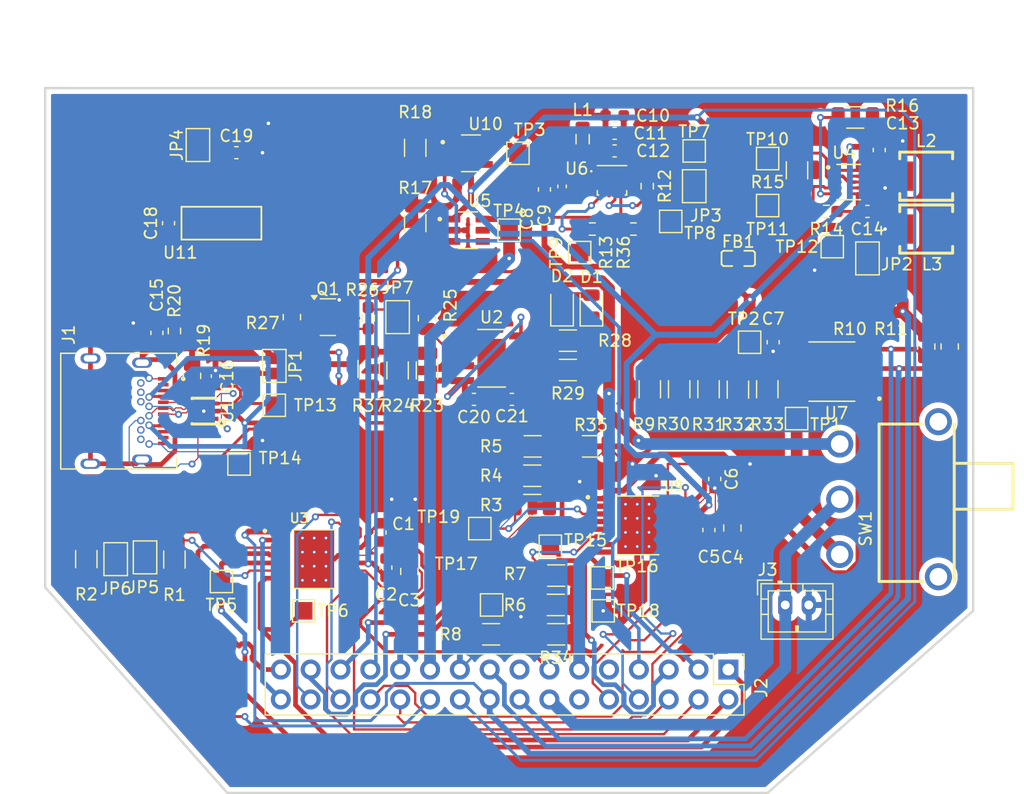
<source format=kicad_pcb>
(kicad_pcb (version 20241229) (generator "pcbnew") (generator_version "9.0")
  (layers (0 "F.Cu" signal) (2 "B.Cu" signal) (13 "F.Paste" user) (15 "B.Paste" user) (5 "F.SilkS" user "F.Silkscreen") (7 "B.SilkS" user "B.Silkscreen") (1 "F.Mask" user) (3 "B.Mask" user) (25 "Edge.Cuts" user))
  (net 0 "")
  (net 1 "GND")
  (net 2 "Net-(U3-VINT)")
  (net 3 "/LoadCircuit")
  (net 4 "Net-(U3-VCP)")
  (net 5 "Net-(U9-VCP)")
  (net 6 "Net-(U9-VINT)")
  (net 7 "/3V3")
  (net 8 "Net-(JP3-B)")
  (net 9 "Net-(JP2-A)")
  (net 10 "Net-(C15-Pad1)")
  (net 11 "Net-(JP1-B)")
  (net 12 "/9V")
  (net 13 "Net-(JP4-A)")
  (net 14 "Net-(U2-CE)")
  (net 15 "/ChargingCircuit")
  (net 16 "/5V_charge")
  (net 17 "Net-(D1-K)")
  (net 18 "Net-(D2-K)")
  (net 19 "Net-(J1-DN1)")
  (net 20 "Net-(J1-DP1)")
  (net 27 "unconnected-(J1-SUB2-PadB8)")
  (net 31 "Net-(J1-CC1)")
  (net 32 "Net-(J1-CC2)")
  (net 34 "/MOTOR3_CTRL2")
  (net 35 "/MOTOR3_CTRL1")
  (net 36 "/Motor4_B_OUT")
  (net 37 "/Motor3_B_OUT")
  (net 38 "/MOTOR1_CTRL1")
  (net 39 "/FAST_CHARGE_CTRL")
  (net 40 "/Motor3_A_OUT")
  (net 42 "/EXT_LOAD1_CTRL")
  (net 43 "/EXT_LOAD1_OUT")
  (net 44 "/MOTOR1_CTRL2")
  (net 45 "/Motor4_A_OUT")
  (net 47 "/Motor2_A_OUT")
  (net 48 "/EXT_LOAD2_CTRL")
  (net 49 "/I2C1_SDA")
  (net 50 "/EXT_LOAD2_OUT")
  (net 51 "/I2C1_SCL")
  (net 52 "/Battery")
  (net 53 "/Motor1_B_OUT")
  (net 54 "/MOTOR4_CTRL1")
  (net 55 "/5V")
  (net 56 "/Motor1_A_OUT")
  (net 57 "/Motor2_B_OUT")
  (net 58 "/MOTOR4_CTRL2")
  (net 59 "/MOTOR2_CTRL1")
  (net 60 "/MOTOR2_CTRL2")
  (net 61 "Net-(JP5-A)")
  (net 62 "Net-(JP6-A)")
  (net 63 "Net-(JP7-B)")
  (net 64 "Net-(JP7-A)")
  (net 65 "Net-(U6-SW)")
  (net 66 "Net-(U4-L1)")
  (net 67 "Net-(L2-Pad1)")
  (net 68 "Net-(U4-L2)")
  (net 69 "Net-(Q1-C)")
  (net 70 "Net-(Q1-B)")
  (net 71 "Net-(U9-AISEN)")
  (net 72 "Net-(R35-Pad1)")
  (net 73 "Net-(U9-BISEN)")
  (net 74 "Net-(R34-Pad1)")
  (net 75 "/FromBattery")
  (net 76 "Net-(U6-FB)")
  (net 77 "GNDA")
  (net 78 "Net-(R13-Pad2)")
  (net 79 "Net-(U1-VSET)")
  (net 80 "Net-(U2-~{CHRG})")
  (net 81 "Net-(U2-~{STDBY})")
  (net 91 "Net-(U4-FB)")
  (net 92 "Net-(U4-PG)")
  (footprint "Resistor_SMD:R_0603_1608Metric" (layer "F.Cu") (at 175.5 69.675 90)
    (property "Reference" "R20")
    (property "Value" "1M")
  )
  (footprint "Resistor_SMD:R_1206_3216Metric" (layer "F.Cu") (at 223.47 74.6725 90)
    (property "Reference" "R32")
    (property "Value" "0.1")
  )
  (footprint "TestPoint:TestPoint_Pad_1.5x1.5mm" (layer "F.Cu") (at 231.5 62.5)
    (property "Reference" "TP12")
    (property "Value" "TestPoint")
  )
  (footprint "LED_SMD:LED_0805_2012Metric" (layer "F.Cu") (at 211 67.5625 90)
    (property "Reference" "D1")
    (property "Value" "LED")
  )
  (footprint "Jumper:SolderJumper-2_P1.3mm_Open_Pad1.0x1.5mm" (layer "F.Cu") (at 170.5 89.1 -90)
    (property "Reference" "JP6")
    (property "Value" "SolderJumper_2_Open")
  )
  (footprint "Resistor_SMD:R_0805_2012Metric" (layer "F.Cu") (at 197 68.5875 -90)
    (property "Reference" "R25")
    (property "Value" "5.6k")
  )
  (footprint "Resistor_SMD:R_1206_3216Metric" (layer "F.Cu") (at 218.47 74.635 90)
    (property "Reference" "R30")
    (property "Value" "0.1")
  )
  (footprint "TYPE-C-31-M-04:HRO_TYPE-C-31-M-04" (layer "F.Cu") (at 174.5525 76.5 -90)
    (property "Reference" "J1")
    (property "Value" "TYPE-C-31-M-04")
  )
  (footprint "Capacitor_SMD:C_0603_1608Metric" (layer "F.Cu") (at 221 86.625 90)
    (property "Reference" "C5")
    (property "Value" "10u")
  )
  (footprint "Resistor_SMD:R_0603_1608Metric_Pad0.98x0.95mm_HandSolder" (layer "F.Cu") (at 192 68.5875 90)
    (property "Reference" "R26")
    (property "Value" "2.2k")
  )
  (footprint "Resistor_SMD:R_1206_3216Metric" (layer "F.Cu") (at 220.97 74.635 90)
    (property "Reference" "R31")
    (property "Value" "0.1")
  )
  (footprint "Jumper:SolderJumper-2_P1.3mm_Open_Pad1.0x1.5mm" (layer "F.Cu") (at 184 72.65 -90)
    (property "Reference" "JP1")
    (property "Value" "SolderJumper_2_Open")
  )
  (footprint "Jumper:SolderJumper-2_P1.3mm_Open_Pad1.0x1.5mm" (layer "F.Cu") (at 219.75 57.35 90)
    (property "Reference" "JP3")
    (property "Value" "SolderJumper_2_Open")
  )
  (footprint "Resistor_SMD:R_0603_1608Metric_Pad0.98x0.95mm_HandSolder" (layer "F.Cu") (at 231 59.5 180)
    (property "Reference" "R14")
    (property "Value" "560k")
  )
  (footprint "Jumper:SolderJumper-2_P1.3mm_Open_Pad1.0x1.5mm" (layer "F.Cu") (at 177.5 53.85 90)
    (property "Reference" "JP4")
    (property "Value" "SolderJumper_2_Open")
  )
  (footprint "LED_SMD:LED_0805_2012Metric" (layer "F.Cu") (at 208.5 67.5625 90)
    (property "Reference" "D2")
    (property "Value" "LED")
  )
  (footprint "TestPoint:TestPoint_Pad_1.5x1.5mm" (layer "F.Cu") (at 224.47 70.635)
    (property "Reference" "TP2")
    (property "Value" "TestPoint")
  )
  (footprint "Package_TO_SOT_SMD:SOT-23" (layer "F.Cu") (at 188.5625 68.5)
    (property "Reference" "Q1")
    (property "Value" "SS8050")
  )
  (footprint "Capacitor_SMD:C_0603_1608Metric" (layer "F.Cu") (at 212.975 54.35 180)
    (property "Reference" "C12")
    (property "Value" "22u")
  )
  (footprint "Resistor_SMD:R_1206_3216Metric" (layer "F.Cu") (at 209 70.5 180)
    (property "Reference" "R28")
    (property "Value" "1k")
  )
  (footprint "Resistor_SMD:R_0603_1608Metric" (layer "F.Cu") (at 214.575 61)
    (property "Reference" "R36")
    (property "Value" "2.2k")
  )
  (footprint "Capacitor_SMD:C_0603_1608Metric" (layer "F.Cu") (at 174.01 69.84 90)
    (property "Reference" "C15")
    (property "Value" "100n")
  )
  (footprint "CustomInductor12.5x12.5mm:IND-SMD_L4.5-W4.1_TMPA0402SP" (layer "F.Cu") (at 239.5 61)
    (property "Reference" "L3")
    (property "Value" "220n")
  )
  (footprint "Resistor_SMD:R_1206_3216Metric" (layer "F.Cu") (at 207.9625 93)
    (property "Reference" "R6")
    (property "Value" "1")
  )
  (footprint "Capacitor_SMD:C_0805_2012Metric" (layer "F.Cu") (at 195.5 90.15 90)
    (property "Reference" "C3")
    (property "Value" "0.01u")
  )
  (footprint "Jumper:SolderJumper-2_P1.3mm_Open_Pad1.0x1.5mm" (layer "F.Cu") (at 173 88.95 -90)
    (property "Reference" "JP5")
    (property "Value" "SolderJumper_2_Open")
  )
  (footprint "TPS63802DLAR:VREG_TPS63802DLAR" (layer "F.Cu") (at 232.9 57)
    (property "Reference" "U4")
    (property "Value" "TPS63802DLAR")
  )
  (footprint "TestPoint:TestPoint_Pad_1.5x1.5mm" (layer "F.Cu") (at 186.5 93.5)
    (property "Reference" "TP6")
    (property "Value" "TestPoint")
  )
  (footprint "HUSB237-AA001-DN06R:HUSB237-AA001DN06R-" (layer "F.Cu") (at 178 76.5 180)
    (property "Reference" "U1")
    (property "Value" "HUSB237")
  )
  (footprint "TestPoint:TestPoint_Pad_1.5x1.5mm" (layer "F.Cu") (at 226 59)
    (property "Reference" "TP11")
    (property "Value" "TestPoint")
  )
  (footprint "Capacitor_SMD:C_0402_1005Metric" (layer "F.Cu") (at 179 73.52 90)
    (property "Reference" "C16")
    (property "Value" "1u")
  )
  (footprint "TPS22917DBVR:SOT95P280X145-6N" (layer "F.Cu") (at 200.745 54.55)
    (property "Reference" "U10")
    (property "Value" "TPS22917DBVR")
  )
  (footprint "Resistor_SMD:R_1206_3216Metric" (layer "F.Cu") (at 205.9625 82)
    (property "Reference" "R4")
    (property "Value" "1")
  )
  (footprint "Capacitor_SMD:C_0402_1005Metric" (layer "F.Cu") (at 208.5 57.37 90)
    (property "Reference" "C9")
    (property "Value" "1u")
  )
  (footprint "TPS61235PRWLR:CONV_TPS61235PRWLR" (layer "F.Cu") (at 212.75 56.85)
    (property "Reference" "U6")
    (property "Value" "TPS61236PRWLR")
  )
  (footprint "SlideSwitch:SS-12D11-G050" (layer "F.Cu") (at 236.3365 84 -90)
    (property "Reference" "SW1")
    (property "Value" "SS-12D11-G050")
  )
  (footprint "Resistor_SMD:R_1206_3216Metric" (layer "F.Cu") (at 228.5 56 90)
    (property "Reference" "R15")
    (property "Value" "100k")
  )
  (footprint "INA219AIDR:SOIC127P599X175-8N" (layer "F.Cu") (at 231.47 73.135 180)
    (property "Reference" "U7")
    (property "Value" "INA219AIDR")
  )
  (footprint "Resistor_SMD:R_1206_3216Metric" (layer "F.Cu") (at 192.0375 72.9075 -90)
    (property "Reference" "R37")
    (property "Value" "1")
  )
  (footprint "Connector_JST:JST_PH_B2B-PH-K_1x02_P2.00mm_Vertical" (layer "F.Cu") (at 227.5 93)
    (property "Reference" "J3")
    (property "Value" "Conn_01x02")
  )
  (footprint "Connector_PinHeader_2.54mm:PinHeader_2x16_P2.54mm_Vertical" (layer "F.Cu") (at 222.66 98.5 -90)
    (property "Reference" "J2")
    (property "Value" "Conn_02x16_Odd_Even")
  )
  (footprint "TestPoint:TestPoint_Pad_1.5x1.5mm" (layer "F.Cu") (at 211.9 90.7)
    (property "Reference" "TP16")
    (property "Value" "TestPoint")
  )
  (footprint "Resistor_SMD:R_1206_3216Metric" (layer "F.Cu") (at 175.5 89.1375 -90)
    (property "Reference" "R1")
    (property "Value" "1")
  )
  (footprint "Resistor_SMD:R_1206_3216Metric" (layer "F.Cu") (at 233.4625 51.5 180)
    (property "Reference" "R16")
    (property "Value" "100k")
  )
  (footprint "Jumper:SolderJumper-2_P1.3mm_Open_Pad1.0x1.5mm" (layer "F.Cu") (at 234.5 63.5 -90)
    (property "Reference" "JP2")
    (property "Value" "SolderJumper_2_Open")
  )
  (footprint "TestPoint:TestPoint_Pad_1.5x1.5mm" (layer "F.Cu") (at 226 55)
    (property "Reference" "TP10")
    (property "Value" "TestPoint")
  )
  (footprint "FerriteBeadCustom:L0603" (layer "F.Cu") (at 223.5 63.5)
    (property "Reference" "FB1")
    (property "Value" "FerriteBead_Small")
  )
  (footprint "Resistor_SMD:R_1206_3216Metric" (layer "F.Cu") (at 196 60.5 90)
    (property "Reference" "R17")
    (property "Value" "4.7k")
  )
  (footprint "TestPoint:TestPoint_Pad_1.5x1.5mm" (layer "F.Cu") (at 179.5 91)
    (property "Reference" "TP5")
    (property "Value" "TestPoint")
  )
  (footprint "Capacitor_SMD:C_0603_1608Metric" (layer "F.Cu") (at 212.975 52.85 180)
    (property "Reference" "C11")
    (property "Value" "22u")
  )
  (footprint "Capacitor_SMD:C_0603_1608Metric" (layer "F.Cu") (at 212.975 51.35 180)
    (property "Reference" "C10")
    (property "Value" "22u")
  )
  (footprint "Capacitor_SMD:C_0603_1608Metric" (layer "F.Cu") (at 235.5 54.275 -90)
    (property "Reference" "C13")
    (property "Value" "10u")
  )
  (footprint "Resistor_SMD:R_1206_3216Metric" (layer "F.Cu") (at 205.9625 84.5)
    (property "Reference" "R3")
    (property "Value" "1")
  )
  (footprint "Capacitor_SMD:C_0603_1608Metric" (layer "F.Cu") (at 234.5 59.5)
    (property "Reference" "C14")
    (property "Value" "22u")
  )
  (footprint "Resistor_SMD:R_1206_3216Metric" (layer "F.Cu") (at 208 95.5)
    (property "Reference" "R34")
    (property "Value" "1")
  )
  (footprint "TestPoint:TestPoint_Pad_1.5x1.5mm" (layer "F.Cu") (at 203.99 61.1)
    (property "Reference" "TP4")
    (property "Value" "TestPoint")
  )
  (footprint "Inductor_SMD:L_0805_2012Metric" (layer "F.Cu") (at 210.25 53.35 -90)
    (property "Reference" "L1")
    (property "Value" "1uH")
  )
  (footprint "Resistor_SMD:R_1206_3216Metric" (layer "F.Cu") (at 202.4625 95.5)
    (property "Reference" "R8")
    (property "Value" "1")
  )
  (footprint "Resistor_SMD:R_0805_2012Metric" (layer "F.Cu") (at 239.5 71 -90)
    (property "Reference" "R10")
    (property "Value" "3.3k")
  )
  (footprint "AMS1117_5.0_CUSTOM_FOOT:SOT-223_L6.5-W3.5-P2.30-LS7.0-BR" (layer "F.Cu") (at 179.5 60.5 90)
    (property "Reference" "U11")
    (property "Value" "AMS1117-5.0")
  )
  (footprint "TestPoint:TestPoint_Pad_1.5x1.5mm" (layer "F.Cu") (at 201.5 86.5)
    (property "Reference" "TP19")
    (property "Value" "TestPoint")
  )
  (footprint "Resistor_SMD:R_1206_3216Metric" (layer "F.Cu") (at 196 54.0875 90)
    (property "Reference" "R18")
    (property "Value" "4.7k")
  )
  (footprint "Resistor_SMD:R_1206_3216Metric" (layer "F.Cu") (at 168 89.1 -90)
    (property "Reference" "R2")
    (property "Value" "1")
  )
  (footprint "TP4056-42-ESOP8:SOIC127P600X175-9N" (layer "F.Cu") (at 202.5 72)
    (property "Reference" "U2")
    (property "Value" "TP4056-42-ESOP8")
  )
  (footprint "CustomInductor12.5x12.5mm:IND-SMD_L4.5-W4.1_TMPA0402SP" (layer "F.Cu") (at 239.5 56.5 180)
    (property "Reference" "L2")
    (property "Value" "220n")
  )
  (footprint "Resistor_SMD:R_1206_3216Metric" (layer "F.Cu") (at 210.9625 79.5)
    (property "Reference" "R35")
    (property "Value" "1")
  )
  (footprint "Resistor_SMD:R_1206_3216Metric" (layer "F.Cu") (at 209 73 180)
    (property "Reference" "R29")
    (property "Value" "1k")
  )
  (footprint "Resistor_SMD:R_1206_3216Metric" (layer "F.Cu") (at 194.5 73.0375 -90)
    (property "Reference" "R24")
    (property "Value" "1")
  )
  (footprint "Capacitor_SMD:C_0603_1608Metric" (layer "F.Cu") (at 226.47 70.635 -90)
    (property "Reference" "C7")
    (property "Value" "0.1u")
  )
  (footprint "Capacitor_SMD:C_0805_2012Metric" (layer "F.Cu") (at 223 86.45 90)
    (property "Reference" "C4")
    (property "Value" "0.01u")
  )
  (footprint "Capacitor_SMD:C_0603_1608Metric" (layer "F.Cu") (at 193.5 89.825 90)
    (property "Reference" "C2")
    (property "Value" "10u")
  )
  (footprint "TestPoint:TestPoint_Pad_1.5x1.5mm" (layer "F.Cu") (at 219.75 54.35)
    (property "Reference" "TP7")
    (property "Value" "TestPoint")
  )
  (footprint "Resistor_SMD:R_1206_3216Metric" (layer "F.Cu") (at 225.97 74.635 90)
    (property "Reference" "R33")
    (property "Value" "0.1")
  )
  (footprint "Resistor_SMD:R_0805_2012Metric" (layer "F.Cu") (at 241.5 71 -90)
    (property "Reference" "R11")
    (property "Value" "3.3k")
  )
  (footprint "TestPoint:TestPoint_Pad_1.5x1.5mm" (layer "F.Cu") (at 202.5 93)
    (property "Reference" "TP17")
    (property "Value" "TestPoint")
  )
  (footprint "Resistor_SMD:R_0805_2012Metric_Pad1.20x1.40mm_HandSolder" (layer "F.Cu") (at 185.5 68.5 90)
    (property "Reference" "R27")
    (property "Value" "3.3k")
  )
  (footprint "TestPoint:TestPoint_Pad_1.5x1.5mm" (layer "F.Cu") (at 207.5 88)
    (property "Reference" "TP15")
    (property "Value" "TestPoint")
  )
  (footprint "TestPoint:TestPoint_Pad_1.5x1.5mm" (layer "F.Cu") (at 217.75 60.35)
    (property "Reference" "TP8")
    (property "Value" "TestPoint")
  )
  (footprint "Jumper:SolderJumper-2_P1.3mm_Open_Pad1.0x1.5mm" (layer "F.Cu") (at 194.5 68.5 -90)
    (property "Reference" "JP7")
    (property "Value" "SolderJumper_2_Open")
  )
  (footprint "Resistor_SMD:R_1206_3216Metric" (layer "F.Cu") (at 208 90.5)
    (property "Reference" "R7")
    (property "Value" "1")
  )
  (footprint "Resistor_SMD:R_0805_2012Metric_Pad1.20x1.40mm_HandSolder" (layer "F.Cu") (at 177 73.5 90)
    (property "Reference" "R19")
    (property "Value" "75k")
  )
  (footprint "Capacitor_SMD:C_0603_1608Metric" (layer "F.Cu") (at 175 60.5 -90)
    (property "Reference" "C18")
    (property "Value" "22u")
  )
  (footprint "Resistor_SMD:R_1206_3216Metric" (layer "F.Cu") (at 215.97 74.635 90)
    (property "Reference" "R9")
    (property "Value" "0.1")
  )
  (footprint "TestPoint:TestPoint_Pad_1.5x1.5mm" (layer "F.Cu") (at 212 93.5)
    (property "Reference" "TP18")
    (property "Value" "TestPoint")
  )
  (footprint "Capacitor_SMD:C_0603_1608Metric" (layer "F.Cu") (at 193 86.825 -90)
    (property "Reference" "C1")
    (property "Value" "2.2u")
  )
  (footprint "Capacitor_SMD:C_0603_1608Metric" (layer "F.Cu") (at 201 75.5)
    (property "Reference" "C20")
    (property "Value" "10u")
  )
  (footprint "DRV8833PWPR:IC_DRV8833PWPR" (layer "F.Cu") (at 214.9 86.225)
    (property "Reference" "U9")
    (property "Value" "DRV8833PWPR")
  )
  (footprint "Capacitor_SMD:C_0603_1608Metric" (layer "F.Cu") (at 180.775 54.5)
    (property "Reference" "C19")
    (property "Value" "22u")
  )
  (footprint "TestPoint:TestPoint_Pad_1.5x1.5mm" (layer "F.Cu") (at 204.745 54.55)
    (property "Reference" "TP3")
    (property "Value" "TestPoint")
  )
  (footprint "Capacitor_SMD:C_0603_1608Metric" (layer "F.Cu") (at 207 57.625 90)
    (property "Reference" "C8")
    (property "Value" "10u")
  )
  (footprint "TestPoint:TestPoint_Pad_1.5x1.5mm" (layer "F.Cu") (at 210 63)
    (property "Reference" "TP9")
    (property "Value" "TestPoint")
  )
  (footprint "Capacitor_SMD:C_0603_1608Metric" (layer "F.Cu") (at 204.225 75.5 180)
    (property "Reference" "C21")
    (property "Value" "10u")
  )
  (footprint "Capacitor_SMD:C_0603_1608Metric" (layer "F.Cu") (at 221.5 82.275 -90)
    (property "Reference" "C6")
    (property "Value" "2.2u")
  )
  (footprint "Resistor_SMD:R_1206_3216Metric" (layer "F.Cu") (at 197 73.0375 -90)
    (property "Reference" "R23")
    (property "Value" "1")
  )
  (footprint "TestPoint:TestPoint_Pad_1.5x1.5mm" (layer "F.Cu") (at 228.47 77.135)
    (property "Reference" "TP1")
    (property "Value" "TestPoint")
  )
  (footprint "Resistor_SMD:R_0603_1608Metric" (layer "F.Cu") (at 215.75 57.35 90)
    (property "Reference" "R12")
    (property "Value" "1M")
  )
  (footprint "TPS22917DBVR:SOT95P280X145-6N" (layer "F.Cu") (at 200.49 61.1)
    (property "Reference" "U5")
    (property "Value" "TPS22917DBVR")
  )
  (footprint "TestPoint:TestPoint_Pad_1.5x1.5mm" (layer "F.Cu") (at 184 76)
    (property "Reference" "TP13")
    (property "Value" "TestPoint")
  )
  (footprint "Resistor_SMD:R_0603_1608Metric_Pad0.98x0.95mm_HandSolder" (layer "F.Cu") (at 211.075 61)
    (property "Reference" "R13")
    (property "Value" "330k")
  )
  (footprint "Resistor_SMD:R_1206_3216Metric" (layer "F.Cu") (at 206 79.5)
    (property "Reference" "R5")
    (property "Value" "1")
  )
  (footprint "TestPoint:TestPoint_Pad_1.5x1.5mm" (layer "F.Cu") (at 181 81)
    (property "Reference" "TP14")
    (property "Value" "TestPoint")
  )
  (footprint "DRV8833PWPR:IC_DRV8833PWPR" (layer "F.Cu") (at 187.4 89.1)
    (property "Reference" "U3")
    (property "Value" "DRV8833PWPR")
  )
  (gr_line (start 243.5 93.5) (end 226 109) (stroke (width 0.2)) (layer "Edge.Cuts"))
  (gr_line (start 164.5 49) (end 242.5 49) (stroke (width 0.2)) (layer "Edge.Cuts"))
  (gr_line (start 164.5 49) (end 164.5 91.5) (stroke (width 0.2)) (layer "Edge.Cuts"))
  (gr_line (start 243.5 49) (end 243.5 93.5) (stroke (width 0.2)) (layer "Edge.Cuts"))
  (gr_line (start 242.5 49) (end 243.5 49) (stroke (width 0.2)) (layer "Edge.Cuts"))
  (gr_line (start 180 109) (end 226 109) (stroke (width 0.2)) (layer "Edge.Cuts"))
  (gr_line (start 180 109) (end 164.5 91.5) (stroke (width 0.2)) (layer "Edge.Cuts"))
  (segment (start 209.425 95.4625) (end 209.4625 95.5) (width 0.2) (layer "F.Cu") (net 1))
  (segment (start 191.825 88.775) (end 190.3 88.775) (width 0.1) (layer "F.Cu") (net 1))
  (segment (start 193 87.6) (end 194 86.6) (width 0.1) (layer "F.Cu") (net 1))
  (segment (start 236 61) (end 235.275 60.275) (width 0.1) (layer "F.Cu") (net 1))
  (segment (start 208.249 94.176) (end 205.176 94.176) (width 0.2) (layer "F.Cu") (net 1))
  (segment (start 237.05 53.5) (end 235.5 55.05) (width 0.1) (layer "F.Cu") (net 1))
  (segment (start 173.945 69) (end 174.01 69.065) (width 0.5) (layer "F.Cu") (net 1))
  (segment (start 166.874 87.110552) (end 171.608552 82.376) (width 0.1) (layer "F.Cu") (net 1))
  (segment (start 209.425 93) (end 209.425 95.4625) (width 0.2) (layer "F.Cu") (net 1))
  (segment (start 221.5 83.05) (end 218.65 85.9) (width 0.1) (layer "F.Cu") (net 1))
  (segment (start 235.5 57) (end 236 57.5) (width 0.1) (layer "F.Cu") (net 1))
  (segment (start 203.76319 87.501) (end 206.76419 84.5) (width 0.1) (layer "F.Cu") (net 1))
  (segment (start 179.624 82.376) (end 181 81) (width 0.1) (layer "F.Cu") (net 1))
  (segment (start 170.5 89.75) (end 170.25 89.75) (width 0.1) (layer "F.Cu") (net 1))
  (segment (start 229 72.5) (end 227.56 72.5) (width 0.1) (layer "F.Cu") (net 1))
  (segment (start 210 82.5) (end 209.5 82) (width 0.1) (layer "F.Cu") (net 1))
  (segment (start 189.439292 88.775) (end 190.3 88.775) (width 0.4) (layer "F.Cu") (net 1))
  (segment (start 206.76419 84.5) (end 207.425 84.5) (width 0.1) (layer "F.Cu") (net 1))
  (segment (start 189.114292 89.1) (end 189.439292 88.775) (width 0.4) (layer "F.Cu") (net 1))
  (segment (start 232.393486 56.5) (end 232 56.5) (width 0.3) (layer "F.Cu") (net 1))
  (segment (start 201.775 75.5) (end 201.775 72.725) (width 0.1) (layer "F.Cu") (net 1))
  (segment (start 233.45 57) (end 235.5 57) (width 0.1) (layer "F.Cu") (net 1))
  (segment (start 194 86.6) (end 194 84) (width 0.1) (layer "F.Cu") (net 1))
  (segment (start 200.025 72.635) (end 201.865 72.635) (width 0.1) (layer "F.Cu") (net 1))
  (segment (start 193.5 88.1) (end 193 87.6) (width 0.1) (layer "F.Cu") (net 1))
  (segment (start 187.625 69.45) (end 187.625 68.929468) (width 0.2) (layer "F.Cu") (net 1))
  (segment (start 177.54 73.04) (end 177 72.5) (width 0.2) (layer "F.Cu") (net 1))
  (segment (start 171.608552 82.376) (end 179.624 82.376) (width 0.1) (layer "F.Cu") (net 1))
  (segment (start 216.404232 85.9) (end 216.079232 86.225) (width 0.4) (layer "F.Cu") (net 1))
  (segment (start 235.275 60.275) (end 235.275 59.5) (width 0.1) (layer "F.Cu") (net 1))
  (segment (start 221.5 83.05) (end 221.551 83.101) (width 0.1) (layer "F.Cu") (net 1))
  (segment (start 213.925 81) (end 212.425 79.5) (width 0.2) (layer "F.Cu") (net 1))
  (segment (start 224.5 81) (end 224.5 78) (width 0.1) (layer "F.Cu") (net 1))
  (segment (start 168 90.5625) (end 166.874 89.4365) (width 0.1) (layer "F.Cu") (net 1))
  (segment (start 205.176 94.176) (end 205 94) (width 0.2) (layer "F.Cu") (net 1))
  (segment (start 189.667968 66.8865) (end 196.2115 66.8865) (width 0.2) (layer "F.Cu") (net 1))
  (segment (start 209.5 82) (end 207.425 82) (width 0.1) (layer "F.Cu") (net 1))
  (segment (start 179 73.04) (end 177.54 73.04) (width 0.2) (layer "F.Cu") (net 1))
  (segment (start 221.551 83.101) (end 221.551 85.299) (width 0.1) (layer "F.Cu") (net 1))
  (segment (start 169.4375 90.5625) (end 168 90.5625) (width 0.1) (layer "F.Cu") (net 1))
  (segment (start 183 79) (end 181 81) (width 0.1) (layer "F.Cu") (net 1))
  (segment (start 173.3925 73.75) (end 173.3425 73.7) (width 0.1) (layer "F.Cu") (net 1))
  (segment (start 187.4 89.1) (end 189.114292 89.1) (width 0.4) (layer "F.Cu") (net 1))
  (segment (start 172.85 89.75) (end 173 89.6) (width 0.1) (layer "F.Cu") (net 1))
  (segment (start 201.775 72.725) (end 202.5 72) (width 0.1) (layer "F.Cu") (net 1))
  (segment (start 227.56 72.5) (end 226.47 71.41) (width 0.1) (layer "F.Cu") (net 1))
  (segment (start 216.079232 86.225) (end 214.9 86.225) (width 0.4) (layer "F.Cu") (net 1))
  (segment (start 173.3425 79.3) (end 174.5025 79.3) (width 0.1) (layer "F.Cu") (net 1))
  (segment (start 232.893486 57) (end 232.393486 56.5) (width 0.3) (layer "F.Cu") (net 1))
  (segment (start 212.2 54.35) (end 212.2 55.73) (width 0.1) (layer "F.Cu") (net 1))
  (segment (start 233.45 57) (end 232.893486 57) (width 0.3) (layer "F.Cu") (net 1))
  (segment (start 181.55 54.5) (end 183 54.5) (width 0.2) (layer "F.Cu") (net 1))
  (segment (start 221.551 85.299) (end 221 85.85) (width 0.1) (layer "F.Cu") (net 1))
  (segment (start 201.865 72.635) (end 202.5 72) (width 0.1) (layer "F.Cu") (net 1))
  (segment (start 217.8 85.9) (end 216.404232 85.9) (width 0.4) (layer "F.Cu") (net 1))
  (segment (start 189.527234 67.027234) (end 189.667968 66.8865) (width 0.2) (layer "F.Cu") (net 1))
  (segment (start 193.5 89.05) (end 193.5 88.1) (width 0.1) (layer "F.Cu") (net 1))
  (segment (start 172 69) (end 173.945 69) (width 0.5) (layer "F.Cu") (net 1))
  (segment (start 209.425 93) (end 208.249 94.176) (width 0.2) (layer "F.Cu") (net 1))
  (segment (start 174.5525 73.75) (end 173.3925 73.75) (width 0.1) (layer "F.Cu") (net 1))
  (segment (start 170.5 89.75) (end 172.85 89.75) (width 0.1) (layer "F.Cu") (net 1))
  (segment (start 218.65 85.9) (end 217.8 85.9) (width 0.1) (layer "F.Cu") (net 1))
  (segment (start 207.425 84.5) (end 207.425 82) (width 0.1) (layer "F.Cu") (net 1))
  (segment (start 170.25 89.75) (end 169.4375 90.5625) (width 0.1) (layer "F.Cu") (net 1))
  (segment (start 196 84) (end 199.501 87.501) (width 0.1) (layer "F.Cu") (net 1))
  (segment (start 175.5 90.6) (end 174 90.6) (width 0.1) (layer "F.Cu") (net 1))
  (segment (start 214.5 81) (end 213.925 81) (width 0.2) (layer "F.Cu") (net 1))
  (segment (start 196.2115 66.8865) (end 197 67.675) (width 0.2) (layer "F.Cu") (net 1))
  (segment (start 174 90.6) (end 173 89.6) (width 0.1) (layer "F.Cu") (net 1))
  (segment (start 210 82.5) (end 210 81.925) (width 0.1) (layer "F.Cu") (net 1))
  (segment (start 212.2 55.73) (end 211.85 56.08) (width 0.1) (layer "F.Cu") (net 1))
  (segment (start 210 81.925) (end 212.425 79.5) (width 0.1) (layer "F.Cu") (net 1))
  (segment (start 187.625 68.929468) (end 189.527234 67.027234) (width 0.2) (layer "F.Cu") (net 1))
  (segment (start 199.501 87.501) (end 203.76319 87.501) (width 0.1) (layer "F.Cu") (net 1))
  (segment (start 237.5 53.5) (end 237.05 53.5) (width 0.1) (layer "F.Cu") (net 1))
  (segment (start 174.5025 79.3) (end 174.5525 79.25) (width 0.1) (layer "F.Cu") (net 1))
  (segment (start 166.874 89.4365) (end 166.874 87.110552) (width 0.1) (layer "F.Cu") (net 1))
  (segment (start 193 87.6) (end 191.825 88.775) (width 0.1) (layer "F.Cu") (net 1))
  (via (at 183 54.5) (size 0.6) (drill 0.3) (layers "F.Cu" "B.Cu") (net 1))
  (via (at 221.5 83.05) (size 0.6) (drill 0.3) (layers "F.Cu" "B.Cu") (net 1))
  (via (at 178 76.5) (size 0.6) (drill 0.3) (layers "F.Cu" "B.Cu") (net 1))
  (via (at 212 93.5) (size 0.6) (drill 0.3) (layers "F.Cu" "B.Cu") (net 1))
  (via (at 236 57.5) (size 0.6) (drill 0.3) (layers "F.Cu" "B.Cu") (net 1))
  (via (at 205 94) (size 0.6) (drill 0.3) (layers "F.Cu" "B.Cu") (net 1))
  (via (at 226.47 71.41) (size 0.6) (drill 0.3) (layers "F.Cu" "B.Cu") (net 1))
  (via (at 183 79) (size 0.6) (drill 0.3) (layers "F.Cu" "B.Cu") (net 1))
  (via (at 194 84) (size 0.6) (drill 0.3) (layers "F.Cu" "B.Cu") (net 1))
  (via (at 236 61) (size 0.6) (drill 0.3) (layers "F.Cu" "B.Cu") (net 1))
  (via (at 216.5 82) (size 0.6) (drill 0.3) (layers "F.Cu" "B.Cu") (net 1))
  (via (at 237.5 53.5) (size 0.6) (drill 0.3) (layers "F.Cu" "B.Cu") (net 1))
  (via (at 210 82.5) (size 0.6) (drill 0.3) (layers "F.Cu" "B.Cu") (net 1))
  (via (at 230 64.5) (size 0.6) (drill 0.3) (layers "F.Cu" "B.Cu") (net 1))
  (via (at 189.527234 67.027234) (size 0.6) (drill 0.3) (layers "F.Cu" "B.Cu") (net 1))
  (via (at 172 69) (size 0.6) (drill 0.3) (layers "F.Cu" "B.Cu") (net 1))
  (via (at 179 73.04) (size 0.6) (drill 0.3) (layers "F.Cu" "B.Cu") (net 1))
  (via (at 224.5 78) (size 0.6) (drill 0.3) (layers "F.Cu" "B.Cu") (net 1))
  (via (at 196 84) (size 0.6) (drill 0.3) (layers "F.Cu" "B.Cu") (net 1))
  (via (at 183.5 52) (size 0.6) (drill 0.3) (layers "F.Cu" "B.Cu") (net 1))
  (via (at 224.5 81) (size 0.6) (drill 0.3) (layers "F.Cu" "B.Cu") (net 1))
  (via (at 214.5 81) (size 0.6) (drill 0.3) (layers "F.Cu" "B.Cu") (net 1))
  (segment (start 236 57.5) (end 236 61) (width 0.1) (layer "B.Cu") (net 1))
  (segment (start 183 54.5) (end 183.5 54) (width 0.2) (layer "B.Cu") (net 1))
  (segment (start 174.95569 79.951) (end 182.049 79.951) (width 0.1) (layer "B.Cu") (net 1))
  (segment (start 178 74.04) (end 178 76.5) (width 0.1) (layer "B.Cu") (net 1))
  (segment (start 194 84) (end 196 84) (width 0.1) (layer "B.Cu") (net 1))
  (segment (start 209.413595 83.086405) (end 210 82.5) (width 0.1) (layer "B.Cu") (net 1))
  (segment (start 172.037649 73.329) (end 171 72.291351) (width 0.5) (layer "B.Cu") (net 1))
  (segment (start 237.5 56) (end 237.5 54) (width 0.1) (layer "B.Cu") (net 1))
  (segment (start 221.5 83.05) (end 222.45 83.05) (width 0.1) (layer "B.Cu") (net 1))
  (segment (start 237.5 54) (end 237.5 53.5) (width 0.1) (layer "B.Cu") (net 1))
  (segment (start 204.3 94) (end 199.8 98.5) (width 0.2) (layer "B.Cu") (net 1))
  (segment (start 206.586405 83.086405) (end 209.413595 83.086405) (width 0.1) (layer "B.Cu") (net 1))
  (segment (start 173.3425 73.7) (end 172.9715 73.329) (width 0.5) (layer "B.Cu") (net 1))
  (segment (start 222.45 83.05) (end 224.5 81) (width 0.1) (layer "B.Cu") (net 1))
  (segment (start 224.5 78) (end 224.5 73.5) (width 0.1) (layer "B.Cu") (net 1))
  (segment (start 171 70) (end 172 69) (width 0.5) (layer "B.Cu") (net 1))
  (segment (start 205 94) (end 204.3 94) (width 0.2) (layer "B.Cu") (net 1))
  (segment (start 173.3425 79.3) (end 174.30469 79.3) (width 0.1) (layer "B.Cu") (net 1))
  (segment (start 171 72.291351) (end 171 70) (width 0.5) (layer "B.Cu") (net 1))
  (segment (start 179 73.04) (end 178 74.04) (width 0.1) (layer "B.Cu") (net 1))
  (segment (start 174.30469 79.3) (end 174.95569 79.951) (width 0.1) (layer "B.Cu") (net 1))
  (segment (start 172.9715 73.329) (end 172.037649 73.329) (width 0.5) (layer "B.Cu") (net 1))
  (segment (start 216.5 82) (end 215.5 82) (width 0.2) (layer "B.Cu") (net 1))
  (segment (start 215.5 82) (end 214.5 81) (width 0.2) (layer "B.Cu") (net 1))
  (segment (start 224.5 73.5) (end 226.5 71.5) (width 0.1) (layer "B.Cu") (net 1))
  (segment (start 236 57.5) (end 237.5 56) (width 0.1) (layer "B.Cu") (net 1))
  (segment (start 182.049 79.951) (end 183 79) (width 0.1) (layer "B.Cu") (net 1))
  (segment (start 199.8 89.872809) (end 206.586405 83.086405) (width 0.1) (layer "B.Cu") (net 1))
  (segment (start 183.5 54) (end 183.5 52) (width 0.2) (layer "B.Cu") (net 1))
  (segment (start 199.8 98.5) (end 199.8 89.872809) (width 0.1) (layer "B.Cu") (net 1))
  (segment (start 190.3 88.125) (end 191.375 88.125) (width 0.4) (layer "F.Cu") (net 2))
  (segment (start 191.375 88.125) (end 191.852 87.648) (width 0.4) (layer "F.Cu") (net 2))
  (segment (start 191.852 87.648) (end 191.852 87.198) (width 0.4) (layer "F.Cu") (net 2))
  (segment (start 191.852 87.198) (end 193 86.05) (width 0.4) (layer "F.Cu") (net 2))
  (segment (start 190.3 89.425) (end 192.325 89.425) (width 0.4) (layer "F.Cu") (net 3))
  (segment (start 224.47 71.6725) (end 224.47 70.635) (width 0.5) (layer "F.Cu") (net 3))
  (segment (start 233.65 55.35) (end 235.5 53.5) (width 0.3) (layer "F.Cu") (net 3))
  (segment (start 213.5 60) (end 207.5 60) (width 0.25) (layer "F.Cu") (net 3))
  (segment (start 218.47 73.1725) (end 220.97 73.1725) (width 0.5) (layer "F.Cu") (net 3))
  (segment (start 207 59.5) (end 207 58.4) (width 0.25) (layer "F.Cu") (net 3))
  (segment (start 234.9625 51.5375) (end 234.925 51.5) (width 0.4) (layer "F.Cu") (net 3))
  (segment (start 235 54) (end 235.5 53.5) (width 0.5) (layer "F.Cu") (net 3))
  (segment (start 217.8 86.55) (end 220.15 86.55) (width 0.4) (layer "F.Cu") (net 3))
  (segment (start 235.5 52.075) (end 234.925 51.5) (width 0.3) (layer "F.Cu") (net 3))
  (segment (start 222.5 71.6425) (end 222.5 71) (width 0.5) (layer "F.Cu") (net 3))
  (segment (start 233.65 56) (end 233.65 55.35) (width 0.3) (layer "F.Cu") (net 3))
  (segment (start 195 90.6) (end 195.5 91.1) (width 0.4) (layer "F.Cu") (net 3))
  (segment (start 229 73.77) (end 226.5675 73.77) (width 0.5) (layer "F.Cu") (net 3))
  (segment (start 221 84.5) (end 220.912758 84.5) (width 0.5) (layer "F.Cu") (net 3))
  (segment (start 207 62.402) (end 207 58.4) (width 0.5) (layer "F.Cu") (net 3))
  (segment (start 213.5 58) (end 213.5 60) (width 0.25) (layer "F.Cu") (net 3))
  (segment (start 220.912758 84.5) (end 218.862758 86.55) (width 0.5) (layer "F.Cu") (net 3))
  (segment (start 193.5 90.6) (end 193.661834 90.6) (width 0.2) (layer "F.Cu") (net 3))
  (segment (start 221 87.4) (end 223 87.4) (width 0.4) (layer "F.Cu") (net 3))
  (segment (start 207 58.4) (end 207.95 58.4) (width 0.25) (layer "F.Cu") (net 3))
  (segment (start 208.5 57.85) (end 209 57.85) (width 0.25) (layer "F.Cu") (net 3))
  (segment (start 235.5 53.5) (end 235.5 52.075) (width 0.3) (layer "F.Cu") (net 3))
  (segment (start 207.95 58.4) (end 208.5 57.85) (width 0.25) (layer "F.Cu") (net 3))
  (segment (start 218.862758 86.55) (end 218.73142 86.55) (width 0.5) (layer "F.Cu") (net 3))
  (segment (start 211.075 57.85) (end 209.5 57.85) (width 0.4) (layer "F.Cu") (net 3))
  (segment (start 192.325 89.425) (end 193.5 90.6) (width 0.4) (layer "F.Cu") (net 3))
  (segment (start 222.5 71) (end 222.865 70.635) (width 0.5) (layer "F.Cu") (net 3))
  (segment (start 209.249 53.2885) (end 210.25 52.2875) (width 0.4) (layer "F.Cu") (net 3))
  (segment (start 224.5 67) (end 224.47 67.03) (width 1) (layer "F.Cu") (net 3))
  (segment (start 209.5 57.85) (end 209.249 57.599) (width 0.4) (layer "F.Cu") (net 3))
  (segment (start 226.5675 73.77) (end 225.97 73.1725) (width 0.5) (layer "F.Cu") (net 3))
  (segment (start 220.97 73.1725) (end 222.5 71.6425) (width 0.5) (layer "F.Cu") (net 3))
  (segment (start 224.47 70.635) (end 224.47 67.03) (width 1) (layer "F.Cu") (net 3))
  (segment (start 215.97 73.1725) (end 217.6425 71.5) (width 0.5) (layer "F.Cu") (net 3))
  (segment (start 223.47 71.635) (end 224.47 70.635) (width 0.5) (layer "F.Cu") (net 3))
  (segment (start 223.47 73.21) (end 223.47 71.635) (width 0.5) (layer "F.Cu") (net 3))
  (segment (start 193.5 90.6) (end 195 90.6) (width 0.4) (layer "F.Cu") (net 3))
  (segment (start 220.15 86.55) (end 221 87.4) (width 0.4) (layer "F.Cu") (net 3))
  (segment (start 207.5 60) (end 207 59.5) (width 0.25) (layer "F.Cu") (net 3))
  (segment (start 211.6 57.325) (end 211.075 57.85) (width 0.4) (layer "F.Cu") (net 3))
  (segment (start 222 71.5) (end 222.5 71) (width 0.5) (layer "F.Cu") (net 3))
  (segment (start 221.641 64.201) (end 208.799 64.201) (width 0.5) (layer "F.Cu") (net 3))
  (segment (start 225.97 73.1725) (end 224.47 71.6725) (width 0.5) (layer "F.Cu") (net 3))
  (segment (start 233 54) (end 235 54) (width 0.5) (layer "F.Cu") (net 3))
  (segment (start 233.65 56) (end 232 56) (width 0.25) (layer "F.Cu") (net 3))
  (segment (start 209.249 57.599) (end 209.249 53.2885) (width 0.4) (layer "F.Cu") (net 3))
  (segment (start 224.47 67.03) (end 221.641 64.201) (width 0.5) (layer "F.Cu") (net 3))
  (segment (start 208.799 64.201) (end 207 62.402) (width 0.5) (layer "F.Cu") (net 3))
  (segment (start 209.5 57.85) (end 208.5 57.85) (width 0.4) (layer "F.Cu") (net 3))
  (segment (start 217.6425 71.5) (end 222 71.5) (width 0.5) (layer "F.Cu") (net 3))
  (segment (start 222.865 70.635) (end 224.47 70.635) (width 0.5) (layer "F.Cu") (net 3))
  (via (at 224.5 67) (size 0.6) (drill 0.3) (layers "F.Cu" "B.Cu") (net 3))
  (via (at 233 54) (size 0.6) (drill 0.3) (layers "F.Cu" "B.Cu") (net 3))
  (via (at 221 84.5) (size 0.6) (drill 0.3) (layers "F.Cu" "B.Cu") (net 3))
  (via (at 192 89.5) (size 0.6) (drill 0.3) (layers "F.Cu" "B.Cu") (net 3))
  (segment (start 233 58.5) (end 233 54) (width 0.5) (layer "B.Cu") (net 3))
  (segment (start 198.811075 57.249) (end 202.961075 61.399) (width 0.5) (layer "B.Cu") (net 3))
  (segment (start 216.437925 70) (end 221.5 70) (width 0.5) (layer "B.Cu") (net 3))
  (segment (start 214 72.437925) (end 214 79.474201) (width 0.5) (layer "B.Cu") (net 3))
  (segment (start 217.313075 80.251) (end 221 83.937925) (width 0.5) (layer "B.Cu") (net 3))
  (segment (start 198.188925 57.249) (end 198.811075 57.249) (width 0.5) (layer "B.Cu") (net 3))
  (segment (start 214 79.474201) (end 214.776799 80.251) (width 0.5) (layer "B.Cu") (net 3))
  (segment (start 224.5 67) (end 233 58.5) (width 0.5) (layer "B.Cu") (net 3))
  (segment (start 192 89.5) (end 192 63.437925) (width 0.5) (layer "B.Cu") (net 3))
  (segment (start 221.5 70) (end 224.5 67) (width 0.5) (layer "B.Cu") (net 3))
  (segment (start 214.776799 80.251) (end 217.313075 80.251) (width 0.5) (layer "B.Cu") (net 3))
  (segment (start 192 63.437925) (end 198.188925 57.249) (width 0.5) (layer "B.Cu") (net 3))
  (segment (start 221 83.937925) (end 221 84.5) (width 0.5) (layer "B.Cu") (net 3))
  (segment (start 202.961075 61.399) (end 207.836925 61.399) (width 0.5) (layer "B.Cu") (net 3))
  (segment (start 207.836925 61.399) (end 216.437925 70) (width 0.5) (layer "B.Cu") (net 3))
  (segment (start 216.437925 70) (end 214 72.437925) (width 0.5) (layer "B.Cu") (net 3))
  (segment (start 196.561834 91.549326) (end 196.561834 90.261834) (width 0.2) (layer "F.Cu") (net 4))
  (segment (start 196.21016 91.901) (end 196.561834 91.549326) (width 0.2) (layer "F.Cu") (net 4))
  (segment (start 190.3 90.075) (end 191.74989 90.075) (width 0.2) (layer "F.Cu") (net 4))
  (segment (start 196.561834 90.261834) (end 195.5 89.2) (width 0.2) (layer "F.Cu") (net 4))
  (segment (start 191.74989 90.075) (end 193.57589 91.901) (width 0.2) (layer "F.Cu") (net 4))
  (segment (start 193.57589 91.901) (end 196.21016 91.901) (width 0.2) (layer "F.Cu") (net 4))
  (segment (start 223.71016 88.201) (end 224.5 87.41116) (width 0.2) (layer "F.Cu") (net 5))
  (segment (start 217.8 87.2) (end 218.55 87.2) (width 0.2) (layer "F.Cu") (net 5))
  (segment (start 224.5 87.41116) (end 224.5 87) (width 0.2) (layer "F.Cu") (net 5))
  (segment (start 219.551 88.201) (end 223.71016 88.201) (width 0.2) (layer "F.Cu") (net 5))
  (segment (start 218.55 87.2) (end 219.551 88.201) (width 0.2) (layer "F.Cu") (net 5))
  (segment (start 224.5 87) (end 223 85.5) (width 0.2) (layer "F.Cu") (net 5))
  (segment (start 217.8 85.25) (end 218.660708 85.25) (width 0.4) (layer "F.Cu") (net 6))
  (segment (start 220.624 83.286708) (end 220.624 82.376) (width 0.4) (layer "F.Cu") (net 6))
  (segment (start 220.624 82.376) (end 221.5 81.5) (width 0.4) (layer "F.Cu") (net 6))
  (segment (start 218.660708 85.25) (end 220.624 83.286708) (width 0.4) (layer "F.Cu") (net 6))
  (segment (start 184.45 86.749) (end 184.5 86.799) (width 0.5) (layer "F.Cu") (net 7))
  (segment (start 230.502 71.23) (end 233.042 73.77) (width 0.5) (layer "F.Cu") (net 7))
  (segment (start 229 71.23) (end 227.84 71.23) (width 0.5) (layer "F.Cu") (net 7))
  (segment (start 233.94 73.77) (end 233.94 75.04) (width 0.5) (layer "F.Cu") (net 7))
  (segment (start 181.813075 86.749) (end 184.45 86.749) (width 0.5) (layer "F.Cu") (net 7))
  (segment (start 237.5 68.0875) (end 239.5 70.0875) (width 1) (layer "F.Cu") (net 7))
  (segment (start 237.5 67.15) (end 234.5 64.15) (width 1) (layer "F.Cu") (net 7))
  (segment (start 227.84 71.23) (end 226.47 69.86) (width 0.5) (layer "F.Cu") (net 7))
  (segment (start 233.042 73.77) (end 233.94 73.77) (width 0.5) (layer "F.Cu") (net 7))
  (segment (start 212.749 83.924) (end 212 83.924) (width 0.5) (layer "F.Cu") (net 7))
  (segment (start 230.502 71.23) (end 231.116 70.616) (width 1) (layer "F.Cu") (net 7))
  (segment (start 225.452 83.447658) (end 222.202342 80.198) (width 0.5) (layer "F.Cu") (net 7))
  (segment (start 231.616 70.116) (end 233.6445 68.0875) (width 1) (layer "F.Cu") (net 7))
  (segment (start 233.7375 74.178456) (end 233.7375 89.363156) (width 0.5) (layer "F.Cu") (net 7))
  (segment (start 237.5 68) (end 237.5 67.15) (width 1) (layer "F.Cu") (net 7))
  (segment (start 231.616 70.116) (end 231.6445 70.0875) (width 0.5) (layer "F.Cu") (net 7))
  (segment (start 225.452 84.279656) (end 225.452 83.447658) (width 0.5) (layer "F.Cu") (net 7))
  (segment (start 222.202342 80.198) (end 216.802 80.198) (width 0.5) (layer "F.Cu") (net 7))
  (segment (start 216.802 80.198) (end 213.726 83.274) (width 0.5) (layer "F.Cu") (net 7))
  (segment (start 233.6445 68.0875) (end 237.5 68.0875) (width 1) (layer "F.Cu") (net 7))
  (segment (start 231.116 71.556956) (end 233.7375 74.178456) (width 0.5) (layer "F.Cu") (net 7))
  (segment (start 231.116 70.616) (end 231.616 70.116) (width 1) (layer "F.Cu") (net 7))
  (segment (start 237.5 68.0875) (end 237.5 68) (width 1) (layer "F.Cu") (net 7))
  (segment (start 229 71.23) (end 230.502 71.23) (width 0.5) (layer "F.Cu") (net 7))
  (segment (start 231.116 70.616) (end 231.116 71.556956) (width 0.5) (layer "F.Cu") (net 7))
  (segment (start 213.726 83.274) (end 212.749 83.274) (width 0.5) (layer "F.Cu") (net 7))
  (segment (start 212.749 83.274) (end 212.749 83.924) (width 0.5) (layer "F.Cu") (net 7))
  (segment (start 181.5 87.062075) (end 181.813075 86.749) (width 0.5) (layer "F.Cu") (net 7))
  (segment (start 233.7375 89.363156) (end 232.799656 90.301) (width 0.5) (layer "F.Cu") (net 7))
  (segment (start 239.5 70.0875) (end 241.5 70.0875) (width 0.5) (layer "F.Cu") (net 7))
  (segment (start 231.473344 90.301) (end 225.452 84.279656) (width 0.5) (layer "F.Cu") (net 7))
  (segment (start 232.799656 90.301) (end 231.473344 90.301) (width 0.5) (layer "F.Cu") (net 7))
  (via (at 181.5 87.062075) (size 0.6) (drill 0.3) (layers "F.Cu" "B.Cu") (net 7))
  (via (at 237.5 68) (size 0.6) (drill 0.3) (layers "F.Cu" "B.Cu") (net 7))
  (segment (start 193.544 101.527116) (end 193.544 100.456) (width 0.25) (layer "B.Cu") (net 7))
  (segment (start 237.5 68) (end 237.951 68.451) (width 0.5) (layer "B.Cu") (net 7))
  (segment (start 192.222116 102.849) (end 193.544 101.527116) (width 0.25) (layer "B.Cu") (net 7))
  (segment (start 237.951 92.469653) (end 224.769653 105.651) (width 0.5) (layer "B.Cu") (net 7))
  (segment (start 181.5 87.062075) (end 182.349 87.911075) (width 0.25) (layer "B.Cu") (net 7))
  (segment (start 200.976 99.676) (end 202.34 101.04) (width 0.25) (layer "B.Cu") (net 7))
  (segment (start 182.349 87.911075) (end 182.349 102.849) (width 0.25) (layer "B.Cu") (net 7))
  (segment (start 193.544 100.456) (end 194.324 99.676) (width 0.25) (layer "B.Cu") (net 7))
  (segment (start 194.324 99.676) (end 200.976 99.676) (width 0.25) (layer "B.Cu") (net 7))
  (segment (start 237.951 68.451) (end 237.951 92.469653) (width 0.5) (layer "B.Cu") (net 7))
  (segment (start 224.769653 105.651) (end 205.748919 105.651) (width 0.5) (layer "B.Cu") (net 7))
  (segment (start 182.349 102.849) (end 192.222116 102.849) (width 0.25) (layer "B.Cu") (net 7))
  (segment (start 202.34 102.242081) (end 202.34 101.04) (width 0.5) (layer "B.Cu") (net 7))
  (segment (start 205.748919 105.651) (end 202.34 102.242081) (width 0.5) (layer "B.Cu") (net 7))
  (segment (start 213.75 54.35) (end 213.75 52.85) (width 0.5) (layer "F.Cu") (net 8))
  (segment (start 213.475 56.08) (end 215 56.08) (width 0.25) (layer "F.Cu") (net 8))
  (segment (start 213.75 54.83) (end 213.75 54.35) (width 0.5) (layer "F.Cu") (net 8))
  (segment (start 215.62 56.7) (end 219.75 56.7) (width 0.5) (layer "F.Cu") (net 8))
  (segment (start 213.75 52.85) (end 213.75 51.35) (width 0.5) (layer "F.Cu") (net 8))
  (segment (start 215.305 56.08) (end 215.75 56.525) (width 0.25) (layer "F.Cu") (net 8))
  (segment (start 215 56.08) (end 215.305 56.08) (width 0.25) (layer "F.Cu") (net 8))
  (segment (start 215 56.08) (end 215.62 56.7) (width 0.5) (layer "F.Cu") (net 8))
  (segment (start 219.75 56.7) (end 219.75 54.35) (width 0.5) (layer "F.Cu") (net 8))
  (segment (start 215 56.08) (end 213.75 54.83) (width 0.5) (layer "F.Cu") (net 8))
  (segment (start 233.65 59.425) (end 233.725 59.5) (width 0.3) (layer "F.Cu") (net 9))
  (segment (start 233.725 59.5) (end 233.725 62.075) (width 0.3) (layer "F.Cu") (net 9))
  (segment (start 233.725 59.5) (end 233.725 60.275) (width 0.3) (layer "F.Cu") (net 9))
  (segment (start 233.65 58) (end 233.65 59.425) (width 0.3) (layer "F.Cu") (net 9))
  (segment (start 233.725 59.5) (end 231.9125 59.5) (width 0.25) (layer "F.Cu") (net 9))
  (segment (start 233.725 60.275) (end 231.5 62.5) (width 0.3) (layer "F.Cu") (net 9))
  (segment (start 233.725 62.075) (end 234.5 62.85) (width 0.3) (layer "F.Cu") (net 9))
  (segment (start 172.7525 71.8725) (end 174.01 70.615) (width 0.4) (layer "F.Cu") (net 10))
  (segment (start 172.26 80.98) (end 168.3525 80.98) (width 0.4) (layer "F.Cu") (net 10))
  (segment (start 174.01 70.615) (end 175.385 70.615) (width 0.4) (layer "F.Cu") (net 10))
  (segment (start 171.624 69.624) (end 168.876 69.624) (width 0.4) (layer "F.Cu") (net 10))
  (segment (start 168.3525 70.1475) (end 168.3525 72.01) (width 0.4) (layer "F.Cu") (net 10))
  (segment (start 175.5425 73.13) (end 174.524 72.1115) (width 0.4) (layer "F.Cu") (net 10))
  (segment (start 175.5425 75.25) (end 175.5425 73.13) (width 0.4) (layer "F.Cu") (net 10))
  (segment (start 172.62 80.62) (end 172.26 80.98) (width 0.4) (layer "F.Cu") (net 10))
  (segment (start 168.876 69.624) (end 168.3525 70.1475) (width 0.4) (layer "F.Cu") (net 10))
  (segment (start 175.5425 77.75) (end 175.5425 79.88) (width 0.4) (layer "F.Cu") (net 10))
  (segment (start 173.171 81.0385) (end 172.7525 80.62) (width 0.4) (layer "F.Cu") (net 10))
  (segment (start 168.3525 80.98) (end 168.3525 72.01) (width 0.4) (layer "F.Cu") (net 10))
  (segment (start 172.7525 80.62) (end 172.62 80.62) (width 0.4) (layer "F.Cu") (net 10))
  (segment (start 172.7525 72.38) (end 172.7525 71.8725) (width 0.4) (layer "F.Cu") (net 10))
  (segment (start 173.021 72.1115) (end 172.7525 72.38) (width 0.4) (layer "F.Cu") (net 10))
  (segment (start 174.524 72.1115) (end 173.021 72.1115) (width 0.4) (layer "F.Cu") (net 10))
  (segment (start 174.384 81.0385) (end 173.171 81.0385) (width 0.4) (layer "F.Cu") (net 10))
  (segment (start 172.7525 72.38) (end 172.7525 70.7525) (width 0.4) (layer "F.Cu") (net 10))
  (segment (start 175.385 70.615) (end 175.5 70.5) (width 0.4) (layer "F.Cu") (net 10))
  (segment (start 175.5425 79.88) (end 174.384 81.0385) (width 0.4) (layer "F.Cu") (net 10))
  (segment (start 172.7525 70.7525) (end 171.624 69.624) (width 0.4) (layer "F.Cu") (net 10))
  (segment (start 185.5 77.5) (end 185.5 73.3) (width 0.4) (layer "F.Cu") (net 11))
  (segment (start 182.55 73) (end 180 73) (width 0.4) (layer "F.Cu") (net 11))
  (segment (start 179.279 73.721) (end 179 74) (width 0.4) (layer "F.Cu") (net 11))
  (segment (start 179.711 73.289) (end 179.711 73.40797) (width 0.4) (layer "F.Cu") (net 11))
  (segment (start 185.5 73.3) (end 182.85 73.3) (width 0.4) (layer "F.Cu") (net 11))
  (segment (start 174.5525 75.25) (end 173.3925 75.25) (width 0.25) (layer "F.Cu") (net 11))
  (segment (start 179.711 73.40797) (end 179.39797 73.721) (width 0.4) (layer "F.Cu") (net 11))
  (segment (start 173.3925 75.25) (end 173.3425 75.3) (width 0.25) (layer "F.Cu") (net 11))
  (segment (start 182.85 73.3) (end 182.55 73) (width 0.4) (layer "F.Cu") (net 11))
  (segment (start 180.923 76.923) (end 181.5 77.5) (width 0.4) (layer "F.Cu") (net 11))
  (segment (start 180 76.923) (end 180.923 76.923) (width 0.4) (layer "F.Cu") (net 11))
  (segment (start 181.5 77.5) (end 185.5 77.5) (width 0.4) (layer "F.Cu") (net 11))
  (segment (start 173.3925 77.75) (end 174.5525 77.75) (width 0.25) (layer "F.Cu") (net 11))
  (segment (start 180 73) (end 179.711 73.289) (width 0.4) (layer "F.Cu") (net 11))
  (segment (start 179.39797 73.721) (end 179.279 73.721) (width 0.4) (layer "F.Cu") (net 11))
  (segment (start 179.577 76.5) (end 179 76.5) (width 0.4) (layer "F.Cu") (net 11))
  (segment (start 180 76.923) (end 179.577 76.5) (width 0.4) (layer "F.Cu") (net 11))
  (via (at 181.5 77.5) (size 0.6) (drill 0.3) (layers "F.Cu" "B.Cu") (net 11))
  (segment (start 175.1425 79.5) (end 181.5 79.5) (width 0.4) (layer "B.Cu") (net 11))
  (segment (start 176.6425 72) (end 173.3425 75.3) (width 0.4) (layer "B.Cu") (net 11))
  (segment (start 183.5 75.5) (end 183.5 72) (width 0.4) (layer "B.Cu") (net 11))
  (segment (start 181.5 77.5) (end 183.5 75.5) (width 0.4) (layer "B.Cu") (net 11))
  (segment (start 181.5 79.5) (end 181.5 77.5) (width 0.4) (layer "B.Cu") (net 11))
  (segment (start 173.3425 77.7) (end 175.1425 79.5) (width 0.4) (layer "B.Cu") (net 11))
  (segment (start 183.5 72) (end 176.6425 72) (width 0.4) (layer "B.Cu") (net 11))
  (segment (start 186.026 73.082124) (end 186.026 77.717876) (width 0.25) (layer "F.Cu") (net 12))
  (segment (start 177.0825 57.6425) (end 175 59.725) (width 0.5) (layer "F.Cu") (net 12))
  (segment (start 177.2 65.2) (end 177.2 57.6425) (width 0.5) (layer "F.Cu") (net 12))
  (segment (start 185.717876 78.026) (end 181.859298 78.026) (width 0.25) (layer "F.Cu") (net 12))
  (segment (start 177.885298 82) (end 166 82) (width 0.25) (layer "F.Cu") (net 12))
  (segment (start 184 72) (end 177.2 65.2) (width 0.5) (layer "F.Cu") (net 12))
  (segment (start 184 72) (end 184.943876 72) (width 0.25) (layer "F.Cu") (net 12))
  (segment (start 177.2 57.6425) (end 177.0825 57.6425) (width 0.5) (layer "F.Cu") (net 12))
  (segment (start 166 90.342003) (end 178.157997 102.5) (width 0.25) (layer "F.Cu") (net 12))
  (segment (start 186.026 77.717876) (end 185.717876 78.026) (width 0.25) (layer "F.Cu") (net 12))
  (segment (start 178.157997 102.5) (end 181.5 102.5) (width 0.25) (layer "F.Cu") (net 12))
  (segment (start 166 82) (end 166 90.342003) (width 0.25) (layer "F.Cu") (net 12))
  (segment (start 184.943876 72) (end 186.026 73.082124) (width 0.25) (layer "F.Cu") (net 12))
  (segment (start 181.859298 78.026) (end 177.885298 82) (width 0.25) (layer "F.Cu") (net 12))
  (via (at 181.5 102.5) (size 0.6) (drill 0.3) (layers "F.Cu" "B.Cu") (net 12))
  (segment (start 181.5 102.5) (end 181.5 102.63781) (width 0.25) (layer "B.Cu") (net 12))
  (segment (start 181.5 102.63781) (end 182.16219 103.3) (width 0.25) (layer "B.Cu") (net 12))
  (segment (start 195 103.3) (end 197.26 101.04) (width 0.25) (layer "B.Cu") (net 12))
  (segment (start 182.16219 103.3) (end 195 103.3) (width 0.25) (layer "B.Cu") (net 12))
  (segment (start 179.5 55) (end 180 54.5) (width 0.5) (layer "F.Cu") (net 13))
  (segment (start 179.5 56.5) (end 177.5 54.5) (width 0.5) (layer "F.Cu") (net 13))
  (segment (start 179.5 57.6425) (end 179.5 55) (width 0.5) (layer "F.Cu") (net 13))
  (segment (start 179.5 57.6425) (end 179.5 56.5) (width 0.5) (layer "F.Cu") (net 13))
  (segment (start 200.225 74.105) (end 200.025 73.905) (width 0.5) (layer "F.Cu") (net 14))
  (segment (start 197 74.5) (end 194.5 74.5) (width 0.5) (layer "F.Cu") (net 14))
  (segment (start 197.595 73.905) (end 197 74.5) (width 0.5) (layer "F.Cu") (net 14))
  (segment (start 200.025 73.975) (end 198.75 75.25) (width 0.5) (layer "F.Cu") (net 14))
  (segment (start 200.025 73.905) (end 200.025 73.975) (width 0.5) (layer "F.Cu") (net 14))
  (segment (start 200.225 75.5) (end 200.225 74.105) (width 0.5) (layer "F.Cu") (net 14))
  (segment (start 194.5 74.5) (end 192.1675 74.5) (width 0.5) (layer "F.Cu") (net 14))
  (segment (start 192.1675 74.5) (end 192.0375 74.37) (width 0.5) (layer "F.Cu") (net 14))
  (segment (start 204.975 70.095) (end 205 70.07) (width 0.3) (layer "F.Cu") (net 14))
  (segment (start 200.025 73.905) (end 197.595 73.905) (width 0.5) (layer "F.Cu") (net 14))
  (segment (start 205 70.07) (end 205 68.5) (width 0.3) (layer "F.Cu") (net 14))
  (via (at 198.75 75.25) (size 0.6) (drill 0.3) (layers "F.Cu" "B.Cu") (net 14))
  (via (at 205 68.5) (size 0.6) (drill 0.3) (layers "F.Cu" "B.Cu") (net 14))
  (segment (start 205 69) (end 198.75 75.25) (width 0.3) (layer "B.Cu") (net 14))
  (segment (start 205 68.5) (end 205 69) (width 0.3) (layer "B.Cu") (net 14))
  (segment (start 211.30153 75.5) (end 205 75.5) (width 1) (layer "F.Cu") (net 15))
  (segment (start 204.975 75.475) (end 205 75.5) (width 0.5) (layer "F.Cu") (net 15))
  (segment (start 214.80153 79) (end 211.30153 75.5) (width 1) (layer "F.Cu") (net 15))
  (segment (start 204.975 73.905) (end 204.975 75.475) (width 0.5) (layer "F.Cu") (net 15))
  (segment (start 215 79) (end 214.80153 79) (width 1) (layer "F.Cu") (net 15))
  (via (at 215 79) (size 0.6) (drill 0.3) (layers "F.Cu" "B.Cu") (net 15))
  (segment (start 215.3 79.3) (end 215 79) (width 1) (layer "B.Cu") (net 15))
  (segment (start 215.09674 79.09674) (end 215.09674 79.125069) (width 1) (layer "B.Cu") (net 15))
  (segment (start 215.09674 79.158719) (end 215.063088 79.192371) (width 1) (layer "B.Cu") (net 15))
  (segment (start 215 79) (end 215.09674 79.09674) (width 1) (layer "B.Cu") (net 15))
  (segment (start 232.1365 79.3) (end 215.3 79.3) (width 1) (layer "B.Cu") (net 15))
  (segment (start 215.09674 79.125069) (end 215.09674 79.158719) (width 1) (layer "B.Cu") (net 15))
  (segment (start 207.375 65.5) (end 208.5 66.625) (width 0.5) (layer "F.Cu") (net 16))
  (segment (start 186.701708 72.5) (end 190.9825 72.5) (width 0.5) (layer "F.Cu") (net 16))
  (segment (start 184.349 65.5) (end 207.375 65.5) (width 0.5) (layer "F.Cu") (net 16))
  (segment (start 190.9825 72.5) (end 192.0375 71.445) (width 0.5) (layer "F.Cu") (net 16))
  (segment (start 184.349 70.147292) (end 186.701708 72.5) (width 0.5) (layer "F.Cu") (net 16))
  (segment (start 177.5 53.2) (end 183.7 53.2) (width 0.5) (layer "F.Cu") (net 16))
  (segment (start 192.0375 71.445) (end 194.37 71.445) (width 0.5) (layer "F.Cu") (net 16))
  (segment (start 184.349 53.849) (end 184.349 65.5) (width 0.5) (layer "F.Cu") (net 16))
  (segment (start 194.5 71.575) (end 197 71.575) (width 0.5) (layer "F.Cu") (net 16))
  (segment (start 194.37 71.445) (end 194.5 71.575) (width 0.5) (layer "F.Cu") (net 16))
  (segment (start 184.349 65.5) (end 184.349 70.147292) (width 0.5) (layer "F.Cu") (net 16))
  (segment (start 183.7 53.2) (end 184.349 53.849) (width 0.5) (layer "F.Cu") (net 16))
  (segment (start 208.5 66.625) (end 211 66.625) (width 0.5) (layer "F.Cu") (net 16))
  (segment (start 211.486297 68.986297) (end 211 68.5) (width 0.25) (layer "F.Cu") (net 17))
  (segment (start 210.4625 73) (end 211.486297 71.976203) (width 0.25) (layer "F.Cu") (net 17))
  (segment (start 211.486297 71.976203) (end 211.486297 68.986297) (width 0.25) (layer "F.Cu") (net 17))
  (segment (start 208.5 68.5375) (end 208.5 68.5) (width 0.25) (layer "F.Cu") (net 18))
  (segment (start 210.4625 70.5) (end 208.5 68.5375) (width 0.25) (layer "F.Cu") (net 18))
  (segment (start 175.25 76.75) (end 174.5525 76.75) (width 0.1) (layer "F.Cu") (net 19))
  (segment (start 175.974 76.65) (end 176.5 76.65) (width 0.1) (layer "F.Cu") (net 19))
  (segment (start 175.85 76.774) (end 175.274 76.774) (width 0.1) (layer "F.Cu") (net 19))
  (segment (start 176.65 76.5) (end 177 76.5) (width 0.1) (layer "F.Cu") (net 19))
  (segment (start 175.85 76.774) (end 175.974 76.65) (width 0.1) (layer "F.Cu") (net 19))
  (segment (start 175.274 76.774) (end 175.25 76.75) (width 0.1) (layer "F.Cu") (net 19))
  (segment (start 176.5 76.65) (end 176.65 76.5) (width 0.1) (layer "F.Cu") (net 19))
  (via (at 175.85 76.774) (size 0.6) (drill 0.3) (layers "F.Cu" "B.Cu") (net 19))
  (segment (start 175.176 76.1) (end 173.3425 76.1) (width 0.1) (layer "B.Cu") (net 19))
  (segment (start 175.85 76.774) (end 175.176 76.1) (width 0.1) (layer "B.Cu") (net 19))
  (segment (start 177 75.85) (end 176.776 76.074) (width 0.1) (layer "F.Cu") (net 20))
  (segment (start 175.2535 76.349) (end 175.1545 76.25) (width 0.1) (layer "F.Cu") (net 20))
  (segment (start 176.204232 76.349) (end 176.078232 76.223) (width 0.1) (layer "F.Cu") (net 20))
  (segment (start 176.499 76.074) (end 176.499 76.225322) (width 0.1) (layer "F.Cu") (net 20))
  (segment (start 176.776 76.074) (end 176.499 76.074) (width 0.1) (layer "F.Cu") (net 20))
  (segment (start 175.3535 76.449) (end 175.2535 76.349) (width 0.1) (layer "F.Cu") (net 20))
  (segment (start 175.1545 76.25) (end 174.5525 76.25) (width 0.1) (layer "F.Cu") (net 20))
  (segment (start 173.350016 76.9) (end 174.000016 76.25) (width 0.1) (layer "F.Cu") (net 20))
  (segment (start 174.000016 76.25) (end 174.5525 76.25) (width 0.1) (layer "F.Cu") (net 20))
  (segment (start 176.499 76.225322) (end 176.375322 76.349) (width 0.1) (layer "F.Cu") (net 20))
  (segment (start 173.3425 76.9) (end 173.350016 76.9) (width 0.1) (layer "F.Cu") (net 20))
  (segment (start 174.5525 76.25) (end 174.6515 76.151) (width 0.1) (layer "F.Cu") (net 20))
  (segment (start 175.621768 76.223) (end 175.385223 76.459545) (width 0.1) (layer "F.Cu") (net 20))
  (segment (start 175.385223 76.459545) (end 175.374678 76.449) (width 0.1) (layer "F.Cu") (net 20))
  (segment (start 176.078232 76.223) (end 175.621768 76.223) (width 0.1) (layer "F.Cu") (net 20))
  (segment (start 175.374678 76.449) (end 175.3535 76.449) (width 0.1) (layer "F.Cu") (net 20))
  (segment (start 176.375322 76.349) (end 176.204232 76.349) (width 0.1) (layer "F.Cu") (net 20))
  (segment (start 172.6425 75.7) (end 172.564273 75.7) (width 0.2) (layer "F.Cu") (net 27))
  (segment (start 179.85 78) (end 179 77.15) (width 0.1) (layer "F.Cu") (net 31))
  (segment (start 179 75.424) (end 176.499 75.424) (width 0.1) (layer "F.Cu") (net 31))
  (segment (start 179.424 75) (end 179 75.424) (width 0.1) (layer "F.Cu") (net 31))
  (segment (start 176.499 75.424) (end 176.173 75.75) (width 0.1) (layer "F.Cu") (net 31))
  (segment (start 176.173 75.75) (end 174.5525 75.75) (width 0.1) (layer "F.Cu") (net 31))
  (segment (start 180.5 75) (end 179.424 75) (width 0.1) (layer "F.Cu") (net 31))
  (segment (start 180 78) (end 179.85 78) (width 0.1) (layer "F.Cu") (net 31))
  (via (at 180.5 75) (size 0.6) (drill 0.3) (layers "F.Cu" "B.Cu") (net 31))
  (via (at 180 78) (size 0.6) (drill 0.3) (layers "F.Cu" "B.Cu") (net 31))
  (segment (start 179.5 75) (end 179.5 77.5) (width 0.1) (layer "B.Cu") (net 31))
  (segment (start 179.5 77.5) (end 180 78) (width 0.1) (layer "B.Cu") (net 31))
  (segment (start 180.5 75) (end 179.5 75) (width 0.1) (layer "B.Cu") (net 31))
  (segment (start 177.249 77.399) (end 177 77.15) (width 0.1) (layer "F.Cu") (net 32))
  (segment (start 177.5 80.5) (end 177.5 77.65) (width 0.1) (layer "F.Cu") (net 32))
  (segment (start 177.5 77.65) (end 177.401 77.551) (width 0.1) (layer "F.Cu") (net 32))
  (segment (start 177.401 77.551) (end 177.249 77.551) (width 0.1) (layer "F.Cu") (net 32))
  (segment (start 177 81) (end 177.5 80.5) (width 0.1) (layer "F.Cu") (net 32))
  (segment (start 177.249 77.551) (end 177.249 77.399) (width 0.1) (layer "F.Cu") (net 32))
  (via (at 177 81) (size 0.6) (drill 0.3) (layers "F.Cu" "B.Cu") (net 32))
  (segment (start 172.047492 81.296) (end 171.6515 80.900008) (width 0.1) (layer "B.Cu") (net 32))
  (segment (start 171.6515 77.838452) (end 172.189952 77.3) (width 0.1) (layer "B.Cu") (net 32))
  (segment (start 175.704 81.296) (end 172.047492 81.296) (width 0.1) (layer "B.Cu") (net 32))
  (segment (start 176 81) (end 175.704 81.296) (width 0.1) (layer "B.Cu") (net 32))
  (segment (start 172.189952 77.3) (end 172.6425 77.3) (width 0.1) (layer "B.Cu") (net 32))
  (segment (start 177 81) (end 176 81) (width 0.1) (layer "B.Cu") (net 32))
  (segment (start 171.6515 80.900008) (end 171.6515 77.838452) (width 0.1) (layer "B.Cu") (net 32))
  (segment (start 216.36571 97) (end 213.802 97) (width 0.2) (layer "F.Cu") (net 34))
  (segment (start 218.55 84.6) (end 219 84.15) (width 0.2) (layer "F.Cu") (net 34))
  (segment (start 217.932855 95.432855) (end 216.36571 97) (width 0.2) (layer "F.Cu") (net 34))
  (segment (start 195.389 99.889) (end 193.331 99.889) (width 0.2) (layer "F.Cu") (net 34))
  (segment (start 212.66776 102.5) (end 197.09224 102.5) (width 0.2) (layer "F.Cu") (net 34))
  (segment (start 213.651 96.849) (end 213.651 101.51676) (width 0.2) (layer "F.Cu") (net 34))
  (segment (start 213.802 97) (end 213.651 96.849) (width 0.2) (layer "F.Cu") (net 34))
  (segment (start 196 101.40776) (end 196 100.5) (width 0.2) (layer "F.Cu") (net 34))
  (segment (start 217.8 84.6) (end 218.55 84.6) (width 0.2) (layer "F.Cu") (net 34))
  (segment (start 219 84.15) (end 219 83) (width 0.2) (layer "F.Cu") (net 34))
  (segment (start 197.09224 102.5) (end 196 101.40776) (width 0.2) (layer "F.Cu") (net 34))
  (segment (start 213.651 101.51676) (end 212.66776 102.5) (width 0.2) (layer "F.Cu") (net 34))
  (segment (start 193.331 99.889) (end 192.18 101.04) (width 0.2) (layer "F.Cu") (net 34))
  (segment (start 196 100.5) (end 195.389 99.889) (width 0.2) (layer "F.Cu") (net 34))
  (via (at 219 83) (size 0.6) (drill 0.3) (layers "F.Cu" "B.Cu") (net 34))
  (via (at 217.932855 95.432855) (size 0.6) (drill 0.3) (layers "F.Cu" "B.Cu") (net 34))
  (segment (start 215 83) (end 219 83) (width 0.2) (layer "B.Cu") (net 34))
  (segment (start 216.932855 95.432855) (end 215.351 93.851) (width 0.2) (layer "B.Cu") (net 34))
  (segment (start 215.351 93.851) (end 215.351 83.351) (width 0.2) (layer "B.Cu") (net 34))
  (segment (start 215.351 83.351) (end 215 83) (width 0.2) (layer "B.Cu") (net 34))
  (segment (start 217.932855 95.432855) (end 216.932855 95.432855) (width 0.2) (layer "B.Cu") (net 34))
  (segment (start 194.72 102.28) (end 194.5 102.5) (width 0.2) (layer "F.Cu") (net 35))
  (segment (start 224.901 89.31324) (end 224.901 83.67589) (width 0.2) (layer "F.Cu") (net 35))
  (segment (start 194.72 101.04) (end 194.72 102.28) (width 0.2) (layer "F.Cu") (net 35))
  (segment (start 224.901 83.67589) (end 221.97411 80.749) (width 0.2) (layer "F.Cu") (net 35))
  (segment (start 219.749 80.749) (end 219.498 81) (width 0.2) (layer "F.Cu") (net 35))
  (segment (start 214.5 102.5) (end 215.20776 102.5) (width 0.2) (layer "F.Cu") (net 35))
  (segment (start 219.498 81) (end 217.5 81) (width 0.2) (layer "F.Cu") (net 35))
  (segment (start 221.97411 80.749) (end 219.749 80.749) (width 0.2) (layer "F.Cu") (net 35))
  (segment (start 194.5 102.5) (end 195 103) (width 0.2) (layer "F.Cu") (net 35))
  (segment (start 195 103) (end 214 103) (width 0.2) (layer "F.Cu") (net 35))
  (segment (start 216.191 101.51676) (end 216.191 98.02324) (width 0.2) (layer "F.Cu") (net 35))
  (segment (start 217.5 81) (end 217.5 83.65) (width 0.2) (layer "F.Cu") (net 35))
  (segment (start 216.191 98.02324) (end 224.901 89.31324) (width 0.2) (layer "F.Cu") (net 35))
  (segment (start 215.20776 102.5) (end 216.191 101.51676) (width 0.2) (layer "F.Cu") (net 35))
  (segment (start 214 103) (end 214.5 102.5) (width 0.2) (layer "F.Cu") (net 35))
  (segment (start 217.5 83.65) (end 217.8 83.95) (width 0.2) (layer "F.Cu") (net 35))
  (segment (start 208.224 89.224) (end 210.05158 89.224) (width 0.4) (layer "F.Cu") (net 36))
  (segment (start 210.426 89.59842) (end 210.426 95.426) (width 0.4) (layer "F.Cu") (net 36))
  (segment (start 212 86.55) (end 210.95 86.55) (width 0.4) (layer "F.Cu") (net 36))
  (segment (start 208 87.5) (end 207.5 88) (width 0.4) (layer "F.Cu") (net 36))
  (segment (start 210.05158 89.224) (end 210.426 89.59842) (width 0.4) (layer "F.Cu") (net 36))
  (segment (start 208.224 88.724) (end 208.224 89.224) (width 0.4) (layer "F.Cu") (net 36))
  (segment (start 210.95 86.55) (end 210 87.5) (width 0.4) (layer "F.Cu") (net 36))
  (segment (start 210.426 95.426) (end 211 96) (width 0.4) (layer "F.Cu") (net 36))
  (segment (start 210 87.5) (end 208 87.5) (width 0.4) (layer "F.Cu") (net 36))
  (segment (start 207.5 88) (end 208.224 88.724) (width 0.4) (layer "F.Cu") (net 36))
  (via (at 211 96) (size 0.6) (drill 0.3) (layers "F.Cu" "B.Cu") (net 36))
  (segment (start 216.291 99.789) (end 217.58 98.5) (width 0.4) (layer "B.Cu") (net 36))
  (segment (start 214.521818 102.291) (end 215.558182 102.291) (width 0.4) (layer "B.Cu") (net 36))
  (segment (start 211.981818 99.789) (end 213.018182 99.789) (width 0.4) (layer "B.Cu") (net 36))
  (segment (start 216.291 101.558182) (end 216.291 99.789) (width 0.4) (layer "B.Cu") (net 36))
  (segment (start 215.558182 102.291) (end 216.291 101.558182) (width 0.4) (layer "B.Cu") (net 36))
  (segment (start 211.249 96.249) (end 211.249 99.056182) (width 0.4) (layer "B.Cu") (net 36))
  (segment (start 211 96) (end 211.249 96.249) (width 0.4) (layer "B.Cu") (net 36))
  (segment (start 213.789 100.559818) (end 213.789 101.558182) (width 0.4) (layer "B.Cu") (net 36))
  (segment (start 213.018182 99.789) (end 213.789 100.559818) (width 0.4) (layer "B.Cu") (net 36))
  (segment (start 211.249 99.056182) (end 211.981818 99.789) (width 0.4) (layer "B.Cu") (net 36))
  (segment (start 213.789 101.558182) (end 214.521818 102.291) (width 0.4) (layer "B.Cu") (net 36))
  (segment (start 205.852942 86.899) (end 205.375971 87.375971) (width 0.4) (layer "F.Cu") (net 37))
  (segment (start 205.375971 87.375971) (end 197.251942 95.5) (width 0.4) (layer "F.Cu") (net 37))
  (segment (start 209.701 86.899) (end 205.852942 86.899) (width 0.4) (layer "F.Cu") (net 37))
  (segment (start 210.7 85.9) (end 209.701 86.899) (width 0.4) (layer "F.Cu") (net 37))
  (segment (start 197.251942 95.5) (end 193.5 95.5) (width 0.4) (layer "F.Cu") (net 37))
  (segment (start 212 85.9) (end 210.7 85.9) (width 0.4) (layer "F.Cu") (net 37))
  (via (at 193.5 95.5) (size 0.6) (drill 0.3) (layers "F.Cu" "B.Cu") (net 37))
  (segment (start 188.791 102.291) (end 188.351 101.851) (width 0.4) (layer "B.Cu") (net 37))
  (segment (start 188.351 100.521818) (end 187.1 99.270818) (width 0.4) (layer "B.Cu") (net 37))
  (segment (start 187.1 99.270818) (end 187.1 98.5) (width 0.4) (layer "B.Cu") (net 37))
  (segment (start 188.351 101.851) (end 188.351 100.521818) (width 0.4) (layer "B.Cu") (net 37))
  (segment (start 190.158182 102.291) (end 188.791 102.291) (width 0.4) (layer "B.Cu") (net 37))
  (segment (start 190.929 101.520182) (end 190.158182 102.291) (width 0.4) (layer "B.Cu") (net 37))
  (segment (start 193.469 95.531) (end 193.469 99.018182) (width 0.4) (layer "B.Cu") (net 37))
  (segment (start 192.698182 99.789) (end 191.623818 99.789) (width 0.4) (layer "B.Cu") (net 37))
  (segment (start 191.623818 99.789) (end 190.929 100.483818) (width 0.4) (layer "B.Cu") (net 37))
  (segment (start 190.929 100.483818) (end 190.929 101.520182) (width 0.4) (layer "B.Cu") (net 37))
  (segment (start 193.5 95.5) (end 193.469 95.531) (width 0.4) (layer "B.Cu") (net 37))
  (segment (start 193.469 99.018182) (end 192.698182 99.789) (width 0.4) (layer "B.Cu") (net 37))
  (segment (start 189.475 86) (end 189 86) (width 0.2) (layer "F.Cu") (net 38))
  (segment (start 190.3 86.825) (end 189.475 86) (width 0.2) (layer "F.Cu") (net 38))
  (via (at 188.871478 85.936718) (size 0.6) (drill 0.3) (layers "F.Cu" "B.Cu") (net 38))
  (segment (start 188.871478 97.640762) (end 188.489 98.02324) (width 0.2) (layer "B.Cu") (net 38))
  (segment (start 188.871478 85.936718) (end 188.871478 97.640762) (width 0.2) (layer "B.Cu") (net 38))
  (segment (start 188.489 98.02324) (end 188.489 99.889) (width 0.2) (layer "B.Cu") (net 38))
  (segment (start 188.489 99.889) (end 189.64 101.04) (width 0.2) (layer "B.Cu") (net 38))
  (segment (start 196.39697 92.352) (end 197.012834 91.736136) (width 0.3) (layer "F.Cu") (net 39))
  (segment (start 196.576 89.63819) (end 196.576 88.69413) (width 0.3) (layer "F.Cu") (net 39))
  (segment (start 191.349 94.769654) (end 191.349 94.230346) (width 0.3) (layer "F.Cu") (net 39))
  (segment (start 195 77.5) (end 192 77.5) (width 0.3) (layer "F.Cu") (net 39))
  (segment (start 193.579346 97) (end 191.349 94.769654) (width 0.3) (layer "F.Cu") (net 39))
  (segment (start 195 88.349) (end 195 77.5) (width 0.3) (layer "F.Cu") (net 39))
  (segment (start 207.42 98.5) (end 205.92 97) (width 0.3) (layer "F.Cu") (net 39))
  (segment (start 205.92 97) (end 193.579346 97) (width 0.3) (layer "F.Cu") (net 39))
  (segment (start 192 77.5) (end 189.5 75) (width 0.3) (layer "F.Cu") (net 39))
  (segment (start 196.23087 88.349) (end 195 88.349) (width 0.3) (layer "F.Cu") (net 39))
  (segment (start 196.576 88.69413) (end 196.23087 88.349) (width 0.3) (layer "F.Cu") (net 39))
  (segment (start 197.012834 90.075024) (end 196.576 89.63819) (width 0.3) (layer "F.Cu") (net 39))
  (segment (start 193.017962 92.561384) (end 196.187586 92.561384) (width 0.3) (layer "F.Cu") (net 39))
  (segment (start 187.5 71.5) (end 185.5 69.5) (width 0.3) (layer "F.Cu") (net 39))
  (segment (start 189.5 75) (end 189.5 73.5) (width 0.3) (layer "F.Cu") (net 39))
  (segment (start 196.187586 92.561384) (end 195.978202 92.352) (width 0.3) (layer "F.Cu") (net 39))
  (segment (start 191.349 94.230346) (end 193.017962 92.561384) (width 0.3) (layer "F.Cu") (net 39))
  (segment (start 189.5 71.5) (end 187.5 71.5) (width 0.3) (layer "F.Cu") (net 39))
  (segment (start 197.012834 91.736136) (end 197.012834 90.075024) (width 0.3) (layer "F.Cu") (net 39))
  (segment (start 195.978202 92.352) (end 196.39697 92.352) (width 0.3) (layer "F.Cu") (net 39))
  (via (at 189.5 71.5) (size 0.6) (drill 0.3) (layers "F.Cu" "B.Cu") (net 39))
  (via (at 189.5 73.5) (size 0.6) (drill 0.3) (layers "F.Cu" "B.Cu") (net 39))
  (segment (start 189.5 73.5) (end 189.5 71.5) (width 0.3) (layer "B.Cu") (net 39))
  (segment (start 211.976 84.576) (end 211.115292 84.576) (width 0.4) (layer "F.Cu") (net 40))
  (segment (start 210.849 83.590292) (end 210.919646 83.519646) (width 0.4) (layer "F.Cu") (net 40))
  (segment (start 205.902 86) (end 197.402 94.5) (width 0.4) (layer "F.Cu") (net 40))
  (segment (start 208 86) (end 205.902 86) (width 0.4) (layer "F.Cu") (net 40))
  (segment (start 211.115292 84.576) (end 210.849 84.309708) (width 0.4) (layer "F.Cu") (net 40))
  (segment (start 210.9 83.5) (end 208.5 83.5) (width 0.4) (layer "F.Cu") (net 40))
  (segment (start 208.5 83.5) (end 208.5 85.5) (width 0.4) (layer "F.Cu") (net 40))
  (segment (start 210.849 84.309708) (end 210.849 83.590292) (width 0.4) (layer "F.Cu") (net 40))
  (segment (start 197.402 94.5) (end 192 94.5) (width 0.4) (layer "F.Cu") (net 40))
  (segment (start 212 84.6) (end 211.976 84.576) (width 0.4) (layer "F.Cu") (net 40))
  (segment (start 210.919646 83.519646) (end 210.9 83.5) (width 0.4) (layer "F.Cu") (net 40))
  (segment (start 208.5 85.5) (end 208 86) (width 0.4) (layer "F.Cu") (net 40))
  (via (at 192 94.5) (size 0.6) (drill 0.3) (layers "F.Cu" "B.Cu") (net 40))
  (segment (start 192 94.5) (end 192 96.14) (width 0.4) (layer "B.Cu") (net 40))
  (segment (start 192 96.14) (end 189.64 98.5) (width 0.4) (layer "B.Cu") (net 40))
  (segment (start 199.235 62.05) (end 196.0875 62.05) (width 0.5) (layer "F.Cu") (net 42))
  (segment (start 194.5 63.4625) (end 196 61.9625) (width 0.3) (layer "F.Cu") (net 42))
  (segment (start 194.5 64.5) (end 194.5 63.4625) (width 0.3) (layer "F.Cu") (net 42))
  (segment (start 196.0875 62.05) (end 196 61.9625) (width 0.5) (layer "F.Cu") (net 42))
  (via (at 194.5 64.5) (size 0.6) (drill 0.3) (layers "F.Cu" "B.Cu") (net 42))
  (segment (start 192.651 98.029) (end 192.651 66.349) (width 0.3) (layer "B.Cu") (net 42))
  (segment (start 192.18 98.5) (end 192.651 98.029) (width 0.3) (layer "B.Cu") (net 42))
  (segment (start 192.651 66.349) (end 194.5 64.5) (width 0.3) (layer "B.Cu") (net 42))
  (segment (start 203.99 63.49) (end 204 63.5) (width 1) (layer "F.Cu") (net 43))
  (segment (start 203.04 60.15) (end 203.99 61.1) (width 0.5) (layer "F.Cu") (net 43))
  (segment (start 203.99 61.1) (end 203.99 63.49) (width 1) (layer "F.Cu") (net 43))
  (segment (start 201.745 60.15) (end 203.04 60.15) (width 0.5) (layer "F.Cu") (net 43))
  (via (at 204 63.5) (size 0.6) (drill 0.3) (layers "F.Cu" "B.Cu") (net 43))
  (segment (start 197.26 70.24) (end 197.26 98.5) (width 1) (layer "B.Cu") (net 43))
  (segment (start 204 63.5) (end 197.26 70.24) (width 1) (layer "B.Cu") (net 43))
  (segment (start 190.180006 85.335718) (end 187.664282 85.335718) (width 0.2) (layer "F.Cu") (net 44))
  (segment (start 187.664282 85.335718) (end 187.5 85.5) (width 0.2) (layer "F.Cu") (net 44))
  (segment (start 191.351 87.174) (end 191.351 86.506712) (width 0.2) (layer "F.Cu") (net 44))
  (segment (start 191.05 87.475) (end 191.351 87.174) (width 0.2) (layer "F.Cu") (net 44))
  (segment (start 191.351 86.506712) (end 190.180006 85.335718) (width 0.2) (layer "F.Cu") (net 44))
  (segment (start 190.3 87.475) (end 191.05 87.475) (width 0.2) (layer "F.Cu") (net 44))
  (via (at 187.5 85.5) (size 0.6) (drill 0.3) (layers "F.Cu" "B.Cu") (net 44))
  (segment (start 187.5 85.5) (end 185.949 87.051) (width 0.2) (layer "B.Cu") (net 44))
  (segment (start 185.949 87.051) (end 185.949 99.889) (width 0.2) (layer "B.Cu") (net 44))
  (segment (start 185.949 99.889) (end 187.1 101.04) (width 0.2) (layer "B.Cu") (net 44))
  (segment (start 212.489292 90.5) (end 214 90.5) (width 0.4) (layer "F.Cu") (net 45))
  (segment (start 210.849 88.140292) (end 210.849 88.859708) (width 0.4) (layer "F.Cu") (net 45))
  (segment (start 211.139292 87.85) (end 210.849 88.140292) (width 0.4) (layer "F.Cu") (net 45))
  (segment (start 211.994646 90.005354) (end 212.489292 90.5) (width 0.4) (layer "F.Cu") (net 45))
  (segment (start 211.9 90.1) (end 211.994646 90.005354) (width 0.4) (layer "F.Cu") (net 45))
  (segment (start 211.9 90.7) (end 211.9 90.1) (width 0.4) (layer "F.Cu") (net 45))
  (segment (start 210.849 88.859708) (end 211.994646 90.005354) (width 0.4) (layer "F.Cu") (net 45))
  (segment (start 212 87.85) (end 211.139292 87.85) (width 0.4) (layer "F.Cu") (net 45))
  (via (at 214 90.5) (size 0.6) (drill 0.3) (layers "F.Cu" "B.Cu") (net 45))
  (segment (start 214 90.5) (end 214 93.20852) (width 0.4) (layer "B.Cu") (net 45))
  (segment (start 218.62 97) (end 220.12 98.5) (width 0.4) (layer "B.Cu") (net 45))
  (segment (start 217.79148 97) (end 218.62 97) (width 0.4) (layer "B.Cu") (net 45))
  (segment (start 214 93.20852) (end 217.79148 97) (width 0.4) (layer "B.Cu") (net 45))
  (segment (start 182.787166 94.957984) (end 182.914591 95.085409) (width 0.4) (layer "F.Cu") (net 47))
  (segment (start 186.5 93.5) (end 184.914591 95.085409) (width 0.4) (layer "F.Cu") (net 47))
  (segment (start 185.811 97.981818) (end 185.811 101.520182) (width 0.4) (layer "F.Cu") (net 47))
  (segment (start 182.914591 95.085409) (end 185.811 97.981818) (width 0.4) (layer "F.Cu") (net 47))
  (segment (start 184.5 90.725) (end 183.275 90.725) (width 0.4) (layer "F.Cu") (net 47))
  (segment (start 185.811 101.520182) (end 188.791818 104.501) (width 0.4) (layer "F.Cu") (net 47))
  (segment (start 183.275 90.725) (end 182.787166 91.212834) (width 0.4) (layer "F.Cu") (net 47))
  (segment (start 219.199 104.501) (end 222.66 101.04) (width 0.4) (layer "F.Cu") (net 47))
  (segment (start 184.914591 95.085409) (end 182.914591 95.085409) (width 0.4) (layer "F.Cu") (net 47))
  (segment (start 188.791818 104.501) (end 219.199 104.501) (width 0.4) (layer "F.Cu") (net 47))
  (segment (start 182.787166 91.212834) (end 182.787166 94.957984) (width 0.4) (layer "F.Cu") (net 47))
  (segment (start 198.5 58) (end 198.5 56.49) (width 0.3) (layer "F.Cu") (net 48))
  (segment (start 199.49 55.5) (end 196.05 55.5) (width 0.5) (layer "F.Cu") (net 48))
  (segment (start 198.5 56.49) (end 199.49 55.5) (width 0.3) (layer "F.Cu") (net 48))
  (segment (start 196.05 55.5) (end 196 55.55) (width 0.5) (layer "F.Cu") (net 48))
  (via (at 198.5 58) (size 0.6) (drill 0.3) (layers "F.Cu" "B.Cu") (net 48))
  (segment (start 213.351 69.351) (end 206 62) (width 0.3) (layer "B.Cu") (net 48))
  (segment (start 199.5 59) (end 198.5 58) (width 0.3) (layer "B.Cu") (net 48))
  (segment (start 215.04 95.027752) (end 212.809562 92.797314) (width 0.3) (layer "B.Cu") (net 48))
  (segment (start 212.809562 92.797314) (end 212.809562 87.809562) (width 0.3) (layer "B.Cu") (net 48))
  (segment (start 212.809562 87.809562) (end 213.351 87.268124) (width 0.3) (layer "B.Cu") (net 48))
  (segment (start 213.351 87.268124) (end 213.351 69.351) (width 0.3) (layer "B.Cu") (net 48))
  (segment (start 199.5 62) (end 199.5 59) (width 0.3) (layer "B.Cu") (net 48))
  (segment (start 215.04 98.5) (end 215.04 95.027752) (width 0.3) (layer "B.Cu") (net 48))
  (segment (start 206 62) (end 199.5 62) (width 0.3) (layer "B.Cu") (net 48))
  (segment (start 237.2 72.876) (end 240.5365 72.876) (width 0.4) (layer "F.Cu") (net 49))
  (segment (start 237.2 72.876) (end 234.316 72.876) (width 0.4) (layer "F.Cu") (net 49))
  (segment (start 234.316 72.876) (end 233.94 72.5) (width 0.4) (layer "F.Cu") (net 49))
  (segment (start 240.5365 72.876) (end 241.5 71.9125) (width 0.5) (layer "F.Cu") (net 49))
  (via (at 237.2 72.876) (size 0.6) (drill 0.3) (layers "F.Cu" "B.Cu") (net 49))
  (segment (start 237.101 73.775) (end 237.101 92.248942) (width 0.4) (layer "B.Cu") (net 49))
  (segment (start 237.2 72.876) (end 237.151 72.925) (width 0.5) (layer "B.Cu") (net 49))
  (segment (start 237.151 72.925) (end 237.151 73.775) (width 0.5) (layer "B.Cu") (net 49))
  (segment (start 203.591 101.520182) (end 203.591 99.751) (width 0.4) (layer "B.Cu") (net 49))
  (segment (start 237.101 92.248942) (end 237 92.349942) (width 0.4) (layer "B.Cu") (net 49))
  (segment (start 237 92.349942) (end 237 92.5) (width 0.4) (layer "B.Cu") (net 49))
  (segment (start 203.591 99.751) (end 202.34 98.5) (width 0.4) (layer "B.Cu") (net 49))
  (segment (start 224.5 105) (end 207.070818 105) (width 0.4) (layer "B.Cu") (net 49))
  (segment (start 237 92.5) (end 224.5 105) (width 0.4) (layer "B.Cu") (net 49))
  (segment (start 207.070818 105) (end 203.591 101.520182) (width 0.4) (layer "B.Cu") (net 49))
  (segment (start 211.854332 65.4365) (end 208.656418 65.4365) (width 1) (layer "F.Cu") (net 50))
  (segment (start 205.441 55.246) (end 204.745 54.55) (width 1) (layer "F.Cu") (net 50))
  (segment (start 202 53.6) (end 203.795 53.6) (width 0.5) (layer "F.Cu") (net 50))
  (segment (start 212.5 75) (end 212.5 66.082168) (width 1) (layer "F.Cu") (net 50))
  (segment (start 205.441 62.221082) (end 205.441 55.246) (width 1) (layer "F.Cu") (net 50))
  (segment (start 203.795 53.6) (end 204.745 54.55) (width 0.5) (layer "F.Cu") (net 50))
  (segment (start 212.5 66.082168) (end 211.854332 65.4365) (width 1) (layer "F.Cu") (net 50))
  (segment (start 208.656418 65.4365) (end 205.441 62.221082) (width 1) (layer "F.Cu") (net 50))
  (via (at 212.5 75) (size 0.6) (drill 0.3) (layers "F.Cu" "B.Cu") (net 50))
  (segment (start 209.96 89.455628) (end 209.96 98.5) (width 1) (layer "B.Cu") (net 50))
  (segment (start 212.5 75) (end 212.5 86.915628) (width 1) (layer "B.Cu") (net 50))
  (segment (start 212.5 86.915628) (end 209.96 89.455628) (width 1) (layer "B.Cu") (net 50))
  (segment (start 238.8175 71.23) (end 239.5 71.9125) (width 0.5) (layer "F.Cu") (net 51))
  (segment (start 236.5 71.23) (end 238.8175 71.23) (width 0.4) (layer "F.Cu") (net 51))
  (segment (start 233.94 71.23) (end 236.5 71.23) (width 0.4) (layer "F.Cu") (net 51))
  (via (at 236.5 71.23) (size 0.6) (drill 0.3) (layers "F.Cu" "B.Cu") (net 51))
  (segment (start 208.239 104.399) (end 204.88 101.04) (width 0.4) (layer "B.Cu") (net 51))
  (segment (start 236.5 71.23) (end 236.5 92) (width 0.4) (layer "B.Cu") (net 51))
  (segment (start 236.5 92) (end 224.101 104.399) (width 0.4) (layer "B.Cu") (net 51))
  (segment (start 224.101 104.399) (end 208.239 104.399) (width 0.4) (layer "B.Cu") (net 51))
  (segment (start 227.5 88.6365) (end 232.1365 84) (width 1) (layer "B.Cu") (net 52))
  (segment (start 209.571999 103.191999) (end 222.701447 103.191999) (width 1) (layer "B.Cu") (net 52))
  (segment (start 227.5 93) (end 227.5 88.6365) (width 1) (layer "B.Cu") (net 52))
  (segment (start 227.5 98.393446) (end 227.5 93) (width 1) (layer "B.Cu") (net 52))
  (segment (start 222.701447 103.191999) (end 227.5 98.393446) (width 1) (layer "B.Cu") (net 52))
  (segment (start 207.42 101.04) (end 209.571999 103.191999) (width 1) (layer "B.Cu") (net 52))
  (segment (start 177.5 88.5) (end 177.5 93) (width 0.4) (layer "F.Cu") (net 53))
  (segment (start 183.490292 88.626) (end 180.38118 88.626) (width 0.4) (layer "F.Cu") (net 53))
  (segment (start 179.34014 88) (end 178 88) (width 0.4) (layer "F.Cu") (net 53))
  (segment (start 182.101 97.390364) (end 182.101 97.601) (width 0.4) (layer "F.Cu") (net 53))
  (segment (start 182.201 96.709636) (end 182.201 97.290364) (width 0.4) (layer "F.Cu") (net 53))
  (segment (start 184.5 88.775) (end 184.476 88.751) (width 0.4) (layer "F.Cu") (net 53))
  (segment (start 177.5 93) (end 181.004318 96.504318) (width 0.4) (layer "F.Cu") (net 53))
  (segment (start 179.96614 88.626) (end 179.67266 88.332521) (width 0.4) (layer "F.Cu") (net 53))
  (segment (start 178 88) (end 177.5 88.5) (width 0.4) (layer "F.Cu") (net 53))
  (segment (start 179.96614 88.626) (end 179.966139 88.626) (width 0.4) (layer "F.Cu") (net 53))
  (segment (start 182.101 97.601) (end 183 98.5) (width 0.4) (layer "F.Cu") (net 53))
  (segment (start 183 98.5) (end 184.56 98.5) (width 0.4) (layer "F.Cu") (net 53))
  (segment (start 180.38118 88.626) (end 179.96614 88.626) (width 0.4) (layer "F.Cu") (net 53))
  (segment (start 182.201 97.290364) (end 182.101 97.390364) (width 0.4) (layer "F.Cu") (net 53))
  (segment (start 181.004318 96.504318) (end 181.209636 96.299) (width 0.4) (layer "F.Cu") (net 53))
  (segment (start 179.67266 88.332521) (end 179.34014 88) (width 0.4) (layer "F.Cu") (net 53))
  (segment (start 181.209636 96.299) (end 181.790364 96.299) (width 0.4) (layer "F.Cu") (net 53))
  (segment (start 183.615292 88.751) (end 183.490292 88.626) (width 0.4) (layer "F.Cu") (net 53))
  (segment (start 181.790364 96.299) (end 182.201 96.709636) (width 0.4) (layer "F.Cu") (net 53))
  (segment (start 184.476 88.751) (end 183.615292 88.751) (width 0.4) (layer "F.Cu") (net 53))
  (segment (start 216.349 89.951) (end 216.349 92.93716) (width 0.2) (layer "F.Cu") (net 54))
  (segment (start 213.78616 95.5) (end 212 95.5) (width 0.2) (layer "F.Cu") (net 54))
  (segment (start 216.349 92.93716) (end 213.78616 95.5) (width 0.2) (layer "F.Cu") (net 54))
  (segment (start 217.8 88.5) (end 216.349 89.951) (width 0.2) (layer "F.Cu") (net 54))
  (via (at 212 95.5) (size 0.6) (drill 0.3) (layers "F.Cu" "B.Cu") (net 54))
  (segment (start 213.651 97.151) (end 213.651 99.651) (width 0.2) (layer "B.Cu") (net 54))
  (segment (start 213.651 99.651) (end 215.04 101.04) (width 0.2) (layer "B.Cu") (net 54))
  (segment (start 212 95.5) (end 213.651 97.151) (width 0.2) (layer "B.Cu") (net 54))
  (segment (start 220.602 58) (end 220.951 57.651) (width 0.5) (layer "F.Cu") (net 55))
  (segment (start 219.75 58) (end 220.602 58) (width 0.5) (layer "F.Cu") (net 55))
  (segment (start 200.094999 53.6) (end 199.49 53.6) (width 0.5) (layer "F.Cu") (net 55))
  (segment (start 200.75 57.75) (end 200.75 58.635) (width 0.5) (layer "F.Cu") (net 55))
  (segment (start 220.951 57.651) (end 220.951 52.451) (width 0.5) (layer "F.Cu") (net 55))
  (segment (start 200.75 54.255001) (end 200.094999 53.6) (width 0.5) (layer "F.Cu") (net 55))
  (segment (start 200.75 57.75) (end 200.75 54.255001) (width 0.5) (layer "F.Cu") (net 55))
  (segment (start 200.75 58.635) (end 199.235 60.15) (width 0.5) (layer "F.Cu") (net 55))
  (segment (start 220.951 52.451) (end 220 51.5) (width 0.5) (layer "F.Cu") (net 55))
  (via (at 200.75 57.75) (size 0.6) (drill 0.3) (layers "F.Cu" "B.Cu") (net 55))
  (via (at 220 51.5) (size 0.6) (drill 0.3) (layers "F.Cu" "B.Cu") (net 55))
  (segment (start 199.8 101.04) (end 204.987 106.227) (width 0.25) (layer "B.Cu") (net 55))
  (segment (start 204.987 106.227) (end 225.008241 106.227) (width 0.25) (layer "B.Cu") (net 55))
  (segment (start 207 51.5) (end 200.75 57.75) (width 0.5) (layer "B.Cu") (net 55))
  (segment (start 225.008241 106.227) (end 238.527 92.70824) (width 0.25) (layer "B.Cu") (net 55))
  (segment (start 238.527 92.70824) (end 238.527 52.027) (width 0.25) (layer "B.Cu") (net 55))
  (segment (start 220 51.5) (end 207 51.5) (width 0.5) (layer "B.Cu") (net 55))
  (segment (start 237.374 50.874) (end 220.626 50.874) (width 0.25) (layer "B.Cu") (net 55))
  (segment (start 238.527 52.027) (end 237.374 50.874) (width 0.25) (layer "B.Cu") (net 55))
  (segment (start 220.626 50.874) (end 220 51.5) (width 0.25) (layer "B.Cu") (net 55))
  (segment (start 184.5 87.475) (end 183.025 87.475) (width 0.4) (layer "F.Cu") (net 56))
  (segment (start 183.025 87.475) (end 183 87.5) (width 0.4) (layer "F.Cu") (net 56))
  (via (at 183 87.5) (size 0.6) (drill 0.3) (layers "F.Cu" "B.Cu") (net 56))
  (segment (start 183 87.5) (end 183 99.48) (width 0.4) (layer "B.Cu") (net 56))
  (segment (start 183 99.48) (end 184.56 101.04) (width 0.4) (layer "B.Cu") (net 56))
  (segment (start 179.5 89.5) (end 179.5 91) (width 0.4) (layer "F.Cu") (net 57))
  (segment (start 223.911 101.558182) (end 223.911 99.751) (width 0.4) (layer "F.Cu") (net 57))
  (segment (start 181.5 100.5) (end 186.102 105.102) (width 0.4) (layer "F.Cu") (net 57))
  (segment (start 179.575 89.425) (end 179.5 89.5) (width 0.4) (layer "F.Cu") (net 57))
  (segment (start 220.367182 105.102) (end 223.911 101.558182) (width 0.4) (layer "F.Cu") (net 57))
  (segment (start 184.5 89.425) (end 179.575 89.425) (width 0.4) (layer "F.Cu") (net 57))
  (segment (start 181.5 97) (end 181.5 100.5) (width 0.4) (layer "F.Cu") (net 57))
  (segment (start 186.102 105.102) (end 220.367182 105.102) (width 0.4) (layer "F.Cu") (net 57))
  (segment (start 223.911 99.751) (end 222.66 98.5) (width 0.4) (layer "F.Cu") (net 57))
  (segment (start 179.5 93.5) (end 179.5 91) (width 0.4) (layer "F.Cu") (net 57))
  (via (at 181.5 97) (size 0.6) (drill 0.3) (layers "F.Cu" "B.Cu") (net 57))
  (via (at 179.5 93.5) (size 0.6) (drill 0.3) (layers "F.Cu" "B.Cu") (net 57))
  (segment (start 179.5 93.5) (end 181.5 95.5) (width 0.4) (layer "B.Cu") (net 57))
  (segment (start 181.5 95.5) (end 181.5 97) (width 0.4) (layer "B.Cu") (net 57))
  (segment (start 213.37224 96) (end 211.111 98.26124) (width 0.2) (layer "F.Cu") (net 58))
  (segment (start 218.851 88.181712) (end 218.851 92.649) (width 0.2) (layer "F.Cu") (net 58))
  (segment (start 211.111 99.651) (end 212.5 101.04) (width 0.2) (layer "F.Cu") (net 58))
  (segment (start 215.5 96) (end 213.37224 96) (width 0.2) (layer "F.Cu") (net 58))
  (segment (start 218.851 92.649) (end 215.5 96) (width 0.2) (layer "F.Cu") (net 58))
  (segment (start 217.8 87.85) (end 218.519288 87.85) (width 0.2) (layer "F.Cu") (net 58))
  (segment (start 211.111 98.26124) (end 211.111 99.651) (width 0.2) (layer "F.Cu") (net 58))
  (segment (start 218.519288 87.85) (end 218.851 88.181712) (width 0.2) (layer "F.Cu") (net 58))
  (segment (start 217.16 104) (end 220.12 101.04) (width 0.2) (layer "F.Cu") (net 59))
  (segment (start 190.3 91.375) (end 188.489 93.186) (width 0.2) (layer "F.Cu") (net 59))
  (segment (start 190.5 104) (end 217.16 104) (width 0.2) (layer "F.Cu") (net 59))
  (segment (start 188.489 101.989) (end 190.5 104) (width 0.2) (layer "F.Cu") (net 59))
  (segment (start 188.489 93.186) (end 188.489 101.989) (width 0.2) (layer "F.Cu") (net 59))
  (segment (start 191.05 90.725) (end 191.351 91.026) (width 0.2) (layer "F.Cu") (net 60))
  (segment (start 191.351 91.693288) (end 190.791 92.253288) (width 0.2) (layer "F.Cu") (net 60))
  (segment (start 191.351 91.026) (end 191.351 91.693288) (width 0.2) (layer "F.Cu") (net 60))
  (segment (start 190.3 90.725) (end 191.05 90.725) (width 0.2) (layer "F.Cu") (net 60))
  (segment (start 190.791 92.253288) (end 190.791 103.599) (width 0.2) (layer "F.Cu") (net 60))
  (segment (start 190.791 103.599) (end 215.021 103.599) (width 0.2) (layer "F.Cu") (net 60))
  (segment (start 215.021 103.599) (end 217.58 101.04) (width 0.2) (layer "F.Cu") (net 60))
  (segment (start 177 87.5) (end 175.675 87.5) (width 0.2) (layer "F.Cu") (net 61))
  (segment (start 174.2 88.3) (end 173 88.3) (width 0.2) (layer "F.Cu") (net 61))
  (segment (start 181.925 90.075) (end 181.5 90.5) (width 0.2) (layer "F.Cu") (net 61))
  (segment (start 174.825 87.675) (end 174.2 88.3) (width 0.2) (layer "F.Cu") (net 61))
  (segment (start 184.5 90.075) (end 181.925 90.075) (width 0.2) (layer "F.Cu") (net 61))
  (segment (start 175.5 87.675) (end 174.825 87.675) (width 0.2) (layer "F.Cu") (net 61))
  (segment (start 175.675 87.5) (end 175.5 87.675) (width 0.2) (layer "F.Cu") (net 61))
  (via (at 181.5 90.5) (size 0.6) (drill 0.3) (layers "F.Cu" "B.Cu") (net 61))
  (via (at 177 87.5) (size 0.6) (drill 0.3) (layers "F.Cu" "B.Cu") (net 61))
  (segment (start 180 90.5) (end 177 87.5) (width 0.2) (layer "B.Cu") (net 61))
  (segment (start 181.5 90.5) (end 180.5 90.5) (width 0.2) (layer "B.Cu") (net 61))
  (segment (start 180.5 90.5) (end 180 90.5) (width 0.2) (layer "B.Cu") (net 61))
  (segment (start 184.5 88.125) (end 180.17366 88.125) (width 0.2) (layer "F.Cu") (net 62))
  (segment (start 170.45 88.45) (end 169.6375 87.6375) (width 0.2) (layer "F.Cu") (net 62))
  (segment (start 170.5 88.45) (end 170.45 88.45) (width 0.2) (layer "F.Cu") (net 62))
  (segment (start 178.86016 86.8115) (end 172.1385 86.8115) (width 0.2) (layer "F.Cu") (net 62))
  (segment (start 172.1385 86.8115) (end 170.5 88.45) (width 0.2) (layer "F.Cu") (net 62))
  (segment (start 169.6375 87.6375) (end 168 87.6375) (width 0.2) (layer "F.Cu") (net 62))
  (segment (start 180.17366 88.125) (end 178.86016 86.8115) (width 0.2) (layer "F.Cu") (net 62))
  (segment (start 194.85 69.5) (end 194.5 69.15) (width 0.2) (layer "F.Cu") (net 63))
  (segment (start 198.865 71.365) (end 197 69.5) (width 0.2) (layer "F.Cu") (net 63))
  (segment (start 197 69.5) (end 194.85 69.5) (width 0.2) (layer "F.Cu") (net 63))
  (segment (start 200.025 71.365) (end 198.865 71.365) (width 0.2) (layer "F.Cu") (net 63))
  (segment (start 194.5 67.85) (end 192.175 67.85) (width 0.2) (layer "F.Cu") (net 64))
  (segment (start 192.175 67.85) (end 192 67.675) (width 0.2) (layer "F.Cu") (net 64))
  (segment (start 210.25 56.122) (end 210.829 56.701) (width 0.4) (layer "F.Cu") (net 65))
  (segment (start 210.25 54.4125) (end 210.25 56.122) (width 0.4) (layer "F.Cu") (net 65))
  (segment (start 210.829 56.701) (end 211.80598 56.701) (width 0.4) (layer "F.Cu") (net 65))
  (segment (start 233.65 56.5) (end 237.65 56.5) (width 0.3) (layer "F.Cu") (net 66))
  (segment (start 241.35 56.5) (end 241.35 61) (width 0.3) (layer "F.Cu") (net 67))
  (segment (start 237.65 61) (end 237.65 60.204246) (width 0.3) (layer "F.Cu") (net 68))
  (segment (start 234.945754 57.5) (end 233.65 57.5) (width 0.3) (layer "F.Cu") (net 68))
  (segment (start 237.65 60.204246) (end 234.945754 57.5) (width 0.3) (layer "F.Cu") (net 68))
  (segment (start 192 69.5) (end 190.5 69.5) (width 0.2) (layer "F.Cu") (net 69))
  (segment (start 190.5 69.5) (end 189.5 68.5) (width 0.2) (layer "F.Cu") (net 69))
  (segment (start 187.625 67.55) (end 185.55 67.55) (width 0.5) (layer "F.Cu") (net 70))
  (segment (start 185.55 67.55) (end 185.5 67.5) (width 0.5) (layer "F.Cu") (net 70))
  (segment (start 204.5 79.5375) (end 204.5375 79.5) (width 0.2) (layer "F.Cu") (net 71))
  (segment (start 204.5 82) (end 204.5 79.5375) (width 0.2) (layer "F.Cu") (net 71))
  (segment (start 204.5 84.5) (end 204.5 82) (width 0.2) (layer "F.Cu") (net 71))
  (segment (start 203.5 86.5) (end 201.5 86.5) (width 0.2) (layer "F.Cu") (net 71))
  (segment (start 210.25 85.25) (end 210 85) (width 0.2) (layer "F.Cu") (net 71))
  (segment (start 203.958125 86.493916) (end 204.5 85.952041) (width 0.2) (layer "F.Cu") (net 71))
  (segment (start 212 85.25) (end 210.64148 85.25) (width 0.2) (layer "F.Cu") (net 71))
  (segment (start 210.64148 85.25) (end 210.25 85.25) (width 0.2) (layer "F.Cu") (net 71))
  (segment (start 203.506084 86.493916) (end 203.5 86.5) (width 0.2) (layer "F.Cu") (net 71))
  (segment (start 203.958125 86.493916) (end 203.506084 86.493916) (width 0.2) (layer "F.Cu") (net 71))
  (segment (start 204.5 85.952041) (end 204.5 84.5) (width 0.2) (layer "F.Cu") (net 71))
  (via (at 209.794404 84.830728) (size 0.6) (drill 0.3) (layers "F.Cu" "B.Cu") (net 71))
  (via (at 203.958125 86.493916) (size 0.6) (drill 0.3) (layers "F.Cu" "B.Cu") (net 71))
  (segment (start 205.669272 84.830728) (end 204 86.5) (width 0.2) (layer "B.Cu") (net 71))
  (segment (start 209.794404 84.830728) (end 205.669272 84.830728) (width 0.2) (layer "B.Cu") (net 71))
  (segment (start 209.3 79.3) (end 209.5 79.5) (width 0.2) (layer "F.Cu") (net 72))
  (segment (start 209.5 79.5) (end 207.4625 79.5) (width 0.4) (layer "F.Cu") (net 72))
  (segment (start 206.5375 90.5) (end 206.5375 92.9625) (width 0.2) (layer "F.Cu") (net 73))
  (segment (start 206.5375 89.5375) (end 206.5375 90.5) (width 0.2) (layer "F.Cu") (net 73))
  (segment (start 212 87.2) (end 211.00852 87.2) (width 0.2) (layer "F.Cu") (net 73))
  (segment (start 202.5 93) (end 202.5 94) (width 0.2) (layer "F.Cu") (net 73))
  (segment (start 206 89) (end 206.5375 89.5375) (width 0.2) (layer "F.Cu") (net 73))
  (segment (start 211.00852 87.2) (end 209.70852 88.5) (width 0.2) (layer "F.Cu") (net 73))
  (segment (start 206 88.5) (end 206 89) (width 0.2) (layer "F.Cu") (net 73))
  (segment (start 206.5 93) (end 202.5 93) (width 0.2) (layer "F.Cu") (net 73))
  (segment (start 202.5 94) (end 201 95.5) (width 0.2) (layer "F.Cu") (net 73))
  (segment (start 206.5375 92.9625) (end 206.5 93) (width 0.2) (layer "F.Cu") (net 73))
  (segment (start 209.70852 88.5) (end 209.5 88.5) (width 0.2) (layer "F.Cu") (net 73))
  (via (at 209.5 88.5) (size 0.6) (drill 0.3) (layers "F.Cu" "B.Cu") (net 73))
  (via (at 206 88.5) (size 0.6) (drill 0.3) (layers "F.Cu" "B.Cu") (net 73))
  (segment (start 209.5 88.5) (end 206 88.5) (width 0.2) (layer "B.Cu") (net 73))
  (segment (start 203.925 95.5) (end 206.5375 95.5) (width 0.2) (layer "F.Cu") (net 74))
  (segment (start 223.5075 76.0975) (end 223.47 76.135) (width 0.5) (layer "F.Cu") (net 75))
  (segment (start 232.1365 88.7) (end 228.47 85.0335) (width 1) (layer "F.Cu") (net 75))
  (segment (start 218.47 76.0975) (end 215.97 76.0975) (width 0.5) (layer "F.Cu") (net 75))
  (segment (start 228.47 77.135) (end 227.0075 77.135) (width 0.5) (layer "F.Cu") (net 75))
  (segment (start 220.97 76.0975) (end 218.47 76.0975) (width 0.5) (layer "F.Cu") (net 75))
  (segment (start 227.0075 77.135) (end 225.97 76.0975) (width 0.5) (layer "F.Cu") (net 75))
  (segment (start 221.0075 76.135) (end 220.97 76.0975) (width 0.5) (layer "F.Cu") (net 75))
  (segment (start 225.97 76.0975) (end 223.5075 76.0975) (width 0.5) (layer "F.Cu") (net 75))
  (segment (start 223.47 76.135) (end 221.0075 76.135) (width 0.5) (layer "F.Cu") (net 75))
  (segment (start 229 76.605) (end 228.47 77.135) (width 0.5) (layer "F.Cu") (net 75))
  (segment (start 228.47 85.0335) (end 228.47 77.135) (width 1) (layer "F.Cu") (net 75))
  (segment (start 229 75.04) (end 229 76.605) (width 0.5) (layer "F.Cu") (net 75))
  (segment (start 213 58) (end 213 58.5) (width 0.25) (layer "F.Cu") (net 76))
  (segment (start 214.925 59) (end 215.75 58.175) (width 0.25) (layer "F.Cu") (net 76))
  (segment (start 216.05 60.35) (end 215.4 61) (width 0.25) (layer "F.Cu") (net 76))
  (segment (start 213 58.5) (end 212.5 59) (width 0.25) (layer "F.Cu") (net 76))
  (segment (start 215.75 58.175) (end 217.75 60.175) (width 0.25) (layer "F.Cu") (net 76))
  (segment (start 214.5 59) (end 214.925 59) (width 0.25) (layer "F.Cu") (net 76))
  (segment (start 217.75 60.175) (end 217.75 60.35) (width 0.25) (layer "F.Cu") (net 76))
  (segment (start 217.75 60.35) (end 216.05 60.35) (width 0.25) (layer "F.Cu") (net 76))
  (via (at 212.5 59) (size 0.6) (drill 0.3) (layers "F.Cu" "B.Cu") (net 76))
  (via (at 214.5 59) (size 0.6) (drill 0.3) (layers "F.Cu" "B.Cu") (net 76))
  (segment (start 212.5 59) (end 214.5 59) (width 0.25) (layer "B.Cu") (net 76))
  (segment (start 222.8 58.2) (end 222.8 63.5) (width 0.3) (layer "F.Cu") (net 77))
  (segment (start 222.3 63) (end 222.8 63.5) (width 0.3) (layer "F.Cu") (net 77))
  (segment (start 210.1625 62.8375) (end 210 63) (width 0.25) (layer "F.Cu") (net 77))
  (segment (start 213.9 57.325) (end 213.868516 57.356484) (width 0.2) (layer "F.Cu") (net 77))
  (segment (start 226.4625 54.5375) (end 226 55) (width 0.25) (layer "F.Cu") (net 77))
  (segment (start 231 55) (end 230.5375 54.5375) (width 0.25) (layer "F.Cu") (net 77))
  (segment (start 228.5 54.5375) (end 226.4625 54.5375) (width 0.25) (layer "F.Cu") (net 77))
  (segment (start 212 58) (end 211 59) (width 0.25) (layer "F.Cu") (net 77))
  (segment (start 231 56.5) (end 231 55) (width 0.25) (layer "F.Cu") (net 77))
  (segment (start 208.5 61) (end 210.1625 61) (width 0.25) (layer "F.Cu") (net 77))
  (segment (start 210 63) (end 222.3 63) (width 0.3) (layer "F.Cu") (net 77))
  (segment (start 213.868516 57.356484) (end 212.5 57.356484) (width 0.2) (layer "F.Cu") (net 77))
  (segment (start 226 55) (end 222.8 58.2) (width 0.3) (layer "F.Cu") (net 77))
  (segment (start 232 57) (end 231.5 57) (width 0.25) (layer "F.Cu") (net 77))
  (segment (start 230.5375 54.5375) (end 228.5 54.5375) (width 0.25) (layer "F.Cu") (net 77))
  (segment (start 212.5 57.356484) (end 212.5 58) (width 0.2) (layer "F.Cu") (net 77))
  (segment (start 231.5 57) (end 231 56.5) (width 0.25) (layer "F.Cu") (net 77))
  (segment (start 210.1625 61) (end 210.1625 62.8375) (width 0.25) (layer "F.Cu") (net 77))
  (segment (start 212.5 58) (end 212 58) (width 0.2) (layer "F.Cu") (net 77))
  (via (at 211 59) (size 0.6) (drill 0.3) (layers "F.Cu" "B.Cu") (net 77))
  (via (at 208.5 61) (size 0.6) (drill 0.3) (layers "F.Cu" "B.Cu") (net 77))
  (segment (start 210.5 59.5) (end 209 59.5) (width 0.25) (layer "B.Cu") (net 77))
  (segment (start 208.5 60) (end 208.5 61) (width 0.25) (layer "B.Cu") (net 77))
  (segment (start 211 59) (end 210.5 59.5) (width 0.25) (layer "B.Cu") (net 77))
  (segment (start 209 59.5) (end 208.5 60) (width 0.25) (layer "B.Cu") (net 77))
  (segment (start 213.75 61) (end 211.9875 61) (width 0.25) (layer "F.Cu") (net 78))
  (segment (start 180.535298 75.85) (end 181.126 75.259298) (width 0.25) (layer "F.Cu") (net 79))
  (segment (start 183.85 75.85) (end 184 76) (width 0.25) (layer "F.Cu") (net 79))
  (segment (start 181.126 75.259298) (end 181.126 74.740702) (width 0.25) (layer "F.Cu") (net 79))
  (segment (start 179 75.85) (end 180.535298 75.85) (width 0.25) (layer "F.Cu") (net 79))
  (segment (start 181.126 74.740702) (end 180.759298 74.374) (width 0.25) (layer "F.Cu") (net 79))
  (segment (start 179.598904 74.374) (end 179.366904 74.606) (width 0.25) (layer "F.Cu") (net 79))
  (segment (start 180.759298 74.374) (end 179.598904 74.374) (width 0.25) (layer "F.Cu") (net 79))
  (segment (start 179.366904 74.606) (end 177.106 74.606) (width 0.25) (layer "F.Cu") (net 79))
  (segment (start 179 75.85) (end 183.85 75.85) (width 0.25) (layer "F.Cu") (net 79))
  (segment (start 177.106 74.606) (end 177 74.5) (width 0.25) (layer "F.Cu") (net 79))
  (segment (start 206.6725 71.365) (end 207.5375 70.5) (width 0.25) (layer "F.Cu") (net 80))
  (segment (start 204.975 71.365) (end 206.6725 71.365) (width 0.25) (layer "F.Cu") (net 80))
  (segment (start 207.1725 72.635) (end 207.5375 73) (width 0.25) (layer "F.Cu") (net 81))
  (segment (start 204.975 72.635) (end 207.1725 72.635) (width 0.25) (layer "F.Cu") (net 81))
  (segment (start 228.5 57.4625) (end 227.5375 57.4625) (width 0.25) (layer "F.Cu") (net 91))
  (segment (start 227.5375 57.4625) (end 226 59) (width 0.25) (layer "F.Cu") (net 91))
  (segment (start 230 57.374) (end 228.5885 57.374) (width 0.25) (layer "F.Cu") (net 91))
  (segment (start 229.874 57.5) (end 230 57.374) (width 0.25) (layer "F.Cu") (net 91))
  (segment (start 229.874 59.2865) (end 229.874 57.5) (width 0.25) (layer "F.Cu") (net 91))
  (segment (start 230.759298 57.374) (end 230 57.374) (width 0.25) (layer "F.Cu") (net 91))
  (segment (start 232 57.5) (end 230.885298 57.5) (width 0.25) (layer "F.Cu") (net 91))
  (segment (start 228.5885 57.374) (end 228.5 57.4625) (width 0.25) (layer "F.Cu") (net 91))
  (segment (start 230.0875 59.5) (end 229.874 59.2865) (width 0.25) (layer "F.Cu") (net 91))
  (segment (start 230.885298 57.5) (end 230.759298 57.374) (width 0.25) (layer "F.Cu") (net 91))
  (segment (start 230.5 51.5) (end 232 51.5) (width 0.25) (layer "F.Cu") (net 92))
  (segment (start 232 58) (end 230.5 58) (width 0.25) (layer "F.Cu") (net 92))
  (via (at 230.5 58) (size 0.6) (drill 0.3) (layers "F.Cu" "B.Cu") (net 92))
  (via (at 230.5 51.5) (size 0.6) (drill 0.3) (layers "F.Cu" "B.Cu") (net 92))
  (segment (start 230.5 58) (end 230.5 51.5) (width 0.25) (layer "B.Cu") (net 92))
  (zone (net 1) (net_name "GND") (layer "F.Cu") (priority 1) (connect_pads (clearance 0.5)) (min_thickness 0.25) (fill yes (thermal_gap 0.5) (thermal_bridge_width 0.5))
    (polygon (pts (xy 164.5 49) (xy 243.5 49) (xy 243.5 93.5) (xy 226 109) (xy 180 109) (xy 164.5 91.5)))
  )
  (zone (net 1) (net_name "GND") (layer "B.Cu") (connect_pads (clearance 0.5)) (min_thickness 0.25) (fill yes (thermal_gap 0.5) (thermal_bridge_width 0.5))
    (polygon (pts (xy 164.5 49) (xy 243.5 49) (xy 243.5 93.5) (xy 226 109) (xy 180 109) (xy 164.5 91.5)))
  )
)
</source>
